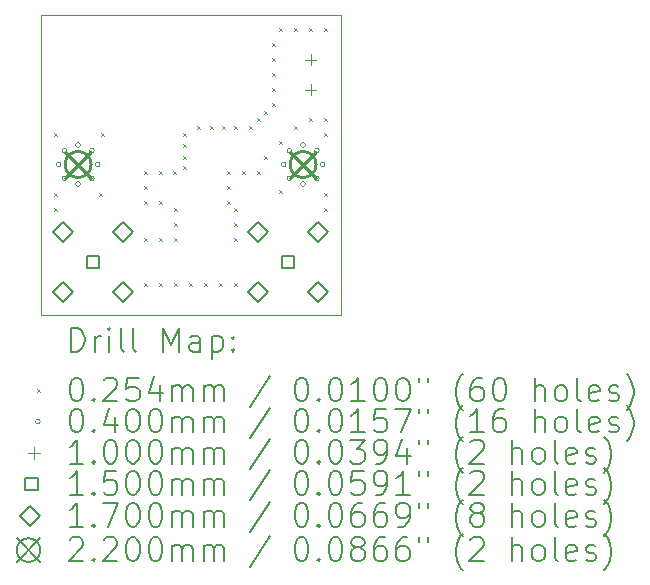
<source format=gbr>
%TF.GenerationSoftware,KiCad,Pcbnew,7.0.11-7.0.11~ubuntu22.04.1*%
%TF.CreationDate,2025-05-22T12:56:25-05:00*%
%TF.ProjectId,hf_bias_tee,68665f62-6961-4735-9f74-65652e6b6963,-*%
%TF.SameCoordinates,Original*%
%TF.FileFunction,Drillmap*%
%TF.FilePolarity,Positive*%
%FSLAX45Y45*%
G04 Gerber Fmt 4.5, Leading zero omitted, Abs format (unit mm)*
G04 Created by KiCad (PCBNEW 7.0.11-7.0.11~ubuntu22.04.1) date 2025-05-22 12:56:25*
%MOMM*%
%LPD*%
G01*
G04 APERTURE LIST*
%ADD10C,0.050000*%
%ADD11C,0.200000*%
%ADD12C,0.100000*%
%ADD13C,0.150000*%
%ADD14C,0.170000*%
%ADD15C,0.220000*%
G04 APERTURE END LIST*
D10*
X14605000Y-10795000D02*
X12065000Y-10795000D01*
X12065000Y-8255000D02*
X14605000Y-8255000D01*
X12065000Y-10795000D02*
X12065000Y-8255000D01*
X14605000Y-8255000D02*
X14605000Y-10795000D01*
D11*
D12*
X12179300Y-9258300D02*
X12204700Y-9283700D01*
X12204700Y-9258300D02*
X12179300Y-9283700D01*
X12179300Y-9766300D02*
X12204700Y-9791700D01*
X12204700Y-9766300D02*
X12179300Y-9791700D01*
X12179300Y-9893300D02*
X12204700Y-9918700D01*
X12204700Y-9893300D02*
X12179300Y-9918700D01*
X12560300Y-9766300D02*
X12585700Y-9791700D01*
X12585700Y-9766300D02*
X12560300Y-9791700D01*
X12573000Y-9258300D02*
X12598400Y-9283700D01*
X12598400Y-9258300D02*
X12573000Y-9283700D01*
X12941300Y-9575800D02*
X12966700Y-9601200D01*
X12966700Y-9575800D02*
X12941300Y-9601200D01*
X12941300Y-9702800D02*
X12966700Y-9728200D01*
X12966700Y-9702800D02*
X12941300Y-9728200D01*
X12941300Y-9829800D02*
X12966700Y-9855200D01*
X12966700Y-9829800D02*
X12941300Y-9855200D01*
X12941300Y-10147300D02*
X12966700Y-10172700D01*
X12966700Y-10147300D02*
X12941300Y-10172700D01*
X12941300Y-10528300D02*
X12966700Y-10553700D01*
X12966700Y-10528300D02*
X12941300Y-10553700D01*
X13068300Y-9575800D02*
X13093700Y-9601200D01*
X13093700Y-9575800D02*
X13068300Y-9601200D01*
X13068300Y-9829800D02*
X13093700Y-9855200D01*
X13093700Y-9829800D02*
X13068300Y-9855200D01*
X13068300Y-10147300D02*
X13093700Y-10172700D01*
X13093700Y-10147300D02*
X13068300Y-10172700D01*
X13068300Y-10528300D02*
X13093700Y-10553700D01*
X13093700Y-10528300D02*
X13068300Y-10553700D01*
X13182600Y-9575800D02*
X13208000Y-9601200D01*
X13208000Y-9575800D02*
X13182600Y-9601200D01*
X13195300Y-9893300D02*
X13220700Y-9918700D01*
X13220700Y-9893300D02*
X13195300Y-9918700D01*
X13195300Y-10020300D02*
X13220700Y-10045700D01*
X13220700Y-10020300D02*
X13195300Y-10045700D01*
X13195300Y-10147300D02*
X13220700Y-10172700D01*
X13220700Y-10147300D02*
X13195300Y-10172700D01*
X13195300Y-10528300D02*
X13220700Y-10553700D01*
X13220700Y-10528300D02*
X13195300Y-10553700D01*
X13271500Y-9258300D02*
X13296900Y-9283700D01*
X13296900Y-9258300D02*
X13271500Y-9283700D01*
X13271500Y-9347200D02*
X13296900Y-9372600D01*
X13296900Y-9347200D02*
X13271500Y-9372600D01*
X13271500Y-9448800D02*
X13296900Y-9474200D01*
X13296900Y-9448800D02*
X13271500Y-9474200D01*
X13271500Y-9537700D02*
X13296900Y-9563100D01*
X13296900Y-9537700D02*
X13271500Y-9563100D01*
X13322300Y-10528300D02*
X13347700Y-10553700D01*
X13347700Y-10528300D02*
X13322300Y-10553700D01*
X13385800Y-9194800D02*
X13411200Y-9220200D01*
X13411200Y-9194800D02*
X13385800Y-9220200D01*
X13449300Y-10528300D02*
X13474700Y-10553700D01*
X13474700Y-10528300D02*
X13449300Y-10553700D01*
X13500100Y-9194800D02*
X13525500Y-9220200D01*
X13525500Y-9194800D02*
X13500100Y-9220200D01*
X13576300Y-10528300D02*
X13601700Y-10553700D01*
X13601700Y-10528300D02*
X13576300Y-10553700D01*
X13601700Y-9194800D02*
X13627100Y-9220200D01*
X13627100Y-9194800D02*
X13601700Y-9220200D01*
X13639800Y-9575800D02*
X13665200Y-9601200D01*
X13665200Y-9575800D02*
X13639800Y-9601200D01*
X13639800Y-9702800D02*
X13665200Y-9728200D01*
X13665200Y-9702800D02*
X13639800Y-9728200D01*
X13639800Y-9829800D02*
X13665200Y-9855200D01*
X13665200Y-9829800D02*
X13639800Y-9855200D01*
X13703300Y-9194800D02*
X13728700Y-9220200D01*
X13728700Y-9194800D02*
X13703300Y-9220200D01*
X13703300Y-9893300D02*
X13728700Y-9918700D01*
X13728700Y-9893300D02*
X13703300Y-9918700D01*
X13703300Y-10020300D02*
X13728700Y-10045700D01*
X13728700Y-10020300D02*
X13703300Y-10045700D01*
X13703300Y-10147300D02*
X13728700Y-10172700D01*
X13728700Y-10147300D02*
X13703300Y-10172700D01*
X13703300Y-10528300D02*
X13728700Y-10553700D01*
X13728700Y-10528300D02*
X13703300Y-10553700D01*
X13766800Y-9575800D02*
X13792200Y-9601200D01*
X13792200Y-9575800D02*
X13766800Y-9601200D01*
X13830300Y-9194800D02*
X13855700Y-9220200D01*
X13855700Y-9194800D02*
X13830300Y-9220200D01*
X13893800Y-9131300D02*
X13919200Y-9156700D01*
X13919200Y-9131300D02*
X13893800Y-9156700D01*
X13893800Y-9575800D02*
X13919200Y-9601200D01*
X13919200Y-9575800D02*
X13893800Y-9601200D01*
X13957300Y-9067800D02*
X13982700Y-9093200D01*
X13982700Y-9067800D02*
X13957300Y-9093200D01*
X13957300Y-9448800D02*
X13982700Y-9474200D01*
X13982700Y-9448800D02*
X13957300Y-9474200D01*
X14020800Y-8496300D02*
X14046200Y-8521700D01*
X14046200Y-8496300D02*
X14020800Y-8521700D01*
X14020800Y-8623300D02*
X14046200Y-8648700D01*
X14046200Y-8623300D02*
X14020800Y-8648700D01*
X14020800Y-8750300D02*
X14046200Y-8775700D01*
X14046200Y-8750300D02*
X14020800Y-8775700D01*
X14020800Y-8877300D02*
X14046200Y-8902700D01*
X14046200Y-8877300D02*
X14020800Y-8902700D01*
X14020800Y-9004300D02*
X14046200Y-9029700D01*
X14046200Y-9004300D02*
X14020800Y-9029700D01*
X14084300Y-8369300D02*
X14109700Y-8394700D01*
X14109700Y-8369300D02*
X14084300Y-8394700D01*
X14084300Y-9321800D02*
X14109700Y-9347200D01*
X14109700Y-9321800D02*
X14084300Y-9347200D01*
X14084300Y-9740900D02*
X14109700Y-9766300D01*
X14109700Y-9740900D02*
X14084300Y-9766300D01*
X14211300Y-8369300D02*
X14236700Y-8394700D01*
X14236700Y-8369300D02*
X14211300Y-8394700D01*
X14211300Y-9194800D02*
X14236700Y-9220200D01*
X14236700Y-9194800D02*
X14211300Y-9220200D01*
X14338300Y-8369300D02*
X14363700Y-8394700D01*
X14363700Y-8369300D02*
X14338300Y-8394700D01*
X14338300Y-9131300D02*
X14363700Y-9156700D01*
X14363700Y-9131300D02*
X14338300Y-9156700D01*
X14465300Y-8369300D02*
X14490700Y-8394700D01*
X14490700Y-8369300D02*
X14465300Y-8394700D01*
X14465300Y-9131300D02*
X14490700Y-9156700D01*
X14490700Y-9131300D02*
X14465300Y-9156700D01*
X14465300Y-9258300D02*
X14490700Y-9283700D01*
X14490700Y-9258300D02*
X14465300Y-9283700D01*
X14465300Y-9766300D02*
X14490700Y-9791700D01*
X14490700Y-9766300D02*
X14465300Y-9791700D01*
X14465300Y-9893300D02*
X14490700Y-9918700D01*
X14490700Y-9893300D02*
X14465300Y-9918700D01*
X12237500Y-9525000D02*
G75*
G03*
X12197500Y-9525000I-20000J0D01*
G01*
X12197500Y-9525000D02*
G75*
G03*
X12237500Y-9525000I20000J0D01*
G01*
X12285827Y-9408327D02*
G75*
G03*
X12245827Y-9408327I-20000J0D01*
G01*
X12245827Y-9408327D02*
G75*
G03*
X12285827Y-9408327I20000J0D01*
G01*
X12285827Y-9641673D02*
G75*
G03*
X12245827Y-9641673I-20000J0D01*
G01*
X12245827Y-9641673D02*
G75*
G03*
X12285827Y-9641673I20000J0D01*
G01*
X12402500Y-9360000D02*
G75*
G03*
X12362500Y-9360000I-20000J0D01*
G01*
X12362500Y-9360000D02*
G75*
G03*
X12402500Y-9360000I20000J0D01*
G01*
X12402500Y-9690000D02*
G75*
G03*
X12362500Y-9690000I-20000J0D01*
G01*
X12362500Y-9690000D02*
G75*
G03*
X12402500Y-9690000I20000J0D01*
G01*
X12519173Y-9408327D02*
G75*
G03*
X12479173Y-9408327I-20000J0D01*
G01*
X12479173Y-9408327D02*
G75*
G03*
X12519173Y-9408327I20000J0D01*
G01*
X12519173Y-9641673D02*
G75*
G03*
X12479173Y-9641673I-20000J0D01*
G01*
X12479173Y-9641673D02*
G75*
G03*
X12519173Y-9641673I20000J0D01*
G01*
X12567500Y-9525000D02*
G75*
G03*
X12527500Y-9525000I-20000J0D01*
G01*
X12527500Y-9525000D02*
G75*
G03*
X12567500Y-9525000I20000J0D01*
G01*
X14142500Y-9525000D02*
G75*
G03*
X14102500Y-9525000I-20000J0D01*
G01*
X14102500Y-9525000D02*
G75*
G03*
X14142500Y-9525000I20000J0D01*
G01*
X14190827Y-9408327D02*
G75*
G03*
X14150827Y-9408327I-20000J0D01*
G01*
X14150827Y-9408327D02*
G75*
G03*
X14190827Y-9408327I20000J0D01*
G01*
X14190827Y-9641673D02*
G75*
G03*
X14150827Y-9641673I-20000J0D01*
G01*
X14150827Y-9641673D02*
G75*
G03*
X14190827Y-9641673I20000J0D01*
G01*
X14307500Y-9360000D02*
G75*
G03*
X14267500Y-9360000I-20000J0D01*
G01*
X14267500Y-9360000D02*
G75*
G03*
X14307500Y-9360000I20000J0D01*
G01*
X14307500Y-9690000D02*
G75*
G03*
X14267500Y-9690000I-20000J0D01*
G01*
X14267500Y-9690000D02*
G75*
G03*
X14307500Y-9690000I20000J0D01*
G01*
X14424173Y-9408327D02*
G75*
G03*
X14384173Y-9408327I-20000J0D01*
G01*
X14384173Y-9408327D02*
G75*
G03*
X14424173Y-9408327I20000J0D01*
G01*
X14424173Y-9641673D02*
G75*
G03*
X14384173Y-9641673I-20000J0D01*
G01*
X14384173Y-9641673D02*
G75*
G03*
X14424173Y-9641673I20000J0D01*
G01*
X14472500Y-9525000D02*
G75*
G03*
X14432500Y-9525000I-20000J0D01*
G01*
X14432500Y-9525000D02*
G75*
G03*
X14472500Y-9525000I20000J0D01*
G01*
X14351000Y-8586000D02*
X14351000Y-8686000D01*
X14301000Y-8636000D02*
X14401000Y-8636000D01*
X14351000Y-8840000D02*
X14351000Y-8940000D01*
X14301000Y-8890000D02*
X14401000Y-8890000D01*
D13*
X12562533Y-10403534D02*
X12562533Y-10297467D01*
X12456466Y-10297467D01*
X12456466Y-10403534D01*
X12562533Y-10403534D01*
X14213533Y-10403534D02*
X14213533Y-10297467D01*
X14107466Y-10297467D01*
X14107466Y-10403534D01*
X14213533Y-10403534D01*
D14*
X12255500Y-10181500D02*
X12340500Y-10096500D01*
X12255500Y-10011500D01*
X12170500Y-10096500D01*
X12255500Y-10181500D01*
X12255500Y-10689500D02*
X12340500Y-10604500D01*
X12255500Y-10519500D01*
X12170500Y-10604500D01*
X12255500Y-10689500D01*
X12763500Y-10181500D02*
X12848500Y-10096500D01*
X12763500Y-10011500D01*
X12678500Y-10096500D01*
X12763500Y-10181500D01*
X12763500Y-10689500D02*
X12848500Y-10604500D01*
X12763500Y-10519500D01*
X12678500Y-10604500D01*
X12763500Y-10689500D01*
X13906500Y-10181500D02*
X13991500Y-10096500D01*
X13906500Y-10011500D01*
X13821500Y-10096500D01*
X13906500Y-10181500D01*
X13906500Y-10689500D02*
X13991500Y-10604500D01*
X13906500Y-10519500D01*
X13821500Y-10604500D01*
X13906500Y-10689500D01*
X14414500Y-10181500D02*
X14499500Y-10096500D01*
X14414500Y-10011500D01*
X14329500Y-10096500D01*
X14414500Y-10181500D01*
X14414500Y-10689500D02*
X14499500Y-10604500D01*
X14414500Y-10519500D01*
X14329500Y-10604500D01*
X14414500Y-10689500D01*
D15*
X12272500Y-9415000D02*
X12492500Y-9635000D01*
X12492500Y-9415000D02*
X12272500Y-9635000D01*
X12492500Y-9525000D02*
G75*
G03*
X12272500Y-9525000I-110000J0D01*
G01*
X12272500Y-9525000D02*
G75*
G03*
X12492500Y-9525000I110000J0D01*
G01*
X14177500Y-9415000D02*
X14397500Y-9635000D01*
X14397500Y-9415000D02*
X14177500Y-9635000D01*
X14397500Y-9525000D02*
G75*
G03*
X14177500Y-9525000I-110000J0D01*
G01*
X14177500Y-9525000D02*
G75*
G03*
X14397500Y-9525000I110000J0D01*
G01*
D11*
X12323277Y-11108984D02*
X12323277Y-10908984D01*
X12323277Y-10908984D02*
X12370896Y-10908984D01*
X12370896Y-10908984D02*
X12399467Y-10918508D01*
X12399467Y-10918508D02*
X12418515Y-10937555D01*
X12418515Y-10937555D02*
X12428039Y-10956603D01*
X12428039Y-10956603D02*
X12437562Y-10994698D01*
X12437562Y-10994698D02*
X12437562Y-11023270D01*
X12437562Y-11023270D02*
X12428039Y-11061365D01*
X12428039Y-11061365D02*
X12418515Y-11080412D01*
X12418515Y-11080412D02*
X12399467Y-11099460D01*
X12399467Y-11099460D02*
X12370896Y-11108984D01*
X12370896Y-11108984D02*
X12323277Y-11108984D01*
X12523277Y-11108984D02*
X12523277Y-10975650D01*
X12523277Y-11013746D02*
X12532801Y-10994698D01*
X12532801Y-10994698D02*
X12542324Y-10985174D01*
X12542324Y-10985174D02*
X12561372Y-10975650D01*
X12561372Y-10975650D02*
X12580420Y-10975650D01*
X12647086Y-11108984D02*
X12647086Y-10975650D01*
X12647086Y-10908984D02*
X12637562Y-10918508D01*
X12637562Y-10918508D02*
X12647086Y-10928031D01*
X12647086Y-10928031D02*
X12656610Y-10918508D01*
X12656610Y-10918508D02*
X12647086Y-10908984D01*
X12647086Y-10908984D02*
X12647086Y-10928031D01*
X12770896Y-11108984D02*
X12751848Y-11099460D01*
X12751848Y-11099460D02*
X12742324Y-11080412D01*
X12742324Y-11080412D02*
X12742324Y-10908984D01*
X12875658Y-11108984D02*
X12856610Y-11099460D01*
X12856610Y-11099460D02*
X12847086Y-11080412D01*
X12847086Y-11080412D02*
X12847086Y-10908984D01*
X13104229Y-11108984D02*
X13104229Y-10908984D01*
X13104229Y-10908984D02*
X13170896Y-11051841D01*
X13170896Y-11051841D02*
X13237562Y-10908984D01*
X13237562Y-10908984D02*
X13237562Y-11108984D01*
X13418515Y-11108984D02*
X13418515Y-11004222D01*
X13418515Y-11004222D02*
X13408991Y-10985174D01*
X13408991Y-10985174D02*
X13389943Y-10975650D01*
X13389943Y-10975650D02*
X13351848Y-10975650D01*
X13351848Y-10975650D02*
X13332801Y-10985174D01*
X13418515Y-11099460D02*
X13399467Y-11108984D01*
X13399467Y-11108984D02*
X13351848Y-11108984D01*
X13351848Y-11108984D02*
X13332801Y-11099460D01*
X13332801Y-11099460D02*
X13323277Y-11080412D01*
X13323277Y-11080412D02*
X13323277Y-11061365D01*
X13323277Y-11061365D02*
X13332801Y-11042317D01*
X13332801Y-11042317D02*
X13351848Y-11032793D01*
X13351848Y-11032793D02*
X13399467Y-11032793D01*
X13399467Y-11032793D02*
X13418515Y-11023270D01*
X13513753Y-10975650D02*
X13513753Y-11175650D01*
X13513753Y-10985174D02*
X13532801Y-10975650D01*
X13532801Y-10975650D02*
X13570896Y-10975650D01*
X13570896Y-10975650D02*
X13589943Y-10985174D01*
X13589943Y-10985174D02*
X13599467Y-10994698D01*
X13599467Y-10994698D02*
X13608991Y-11013746D01*
X13608991Y-11013746D02*
X13608991Y-11070889D01*
X13608991Y-11070889D02*
X13599467Y-11089936D01*
X13599467Y-11089936D02*
X13589943Y-11099460D01*
X13589943Y-11099460D02*
X13570896Y-11108984D01*
X13570896Y-11108984D02*
X13532801Y-11108984D01*
X13532801Y-11108984D02*
X13513753Y-11099460D01*
X13694705Y-11089936D02*
X13704229Y-11099460D01*
X13704229Y-11099460D02*
X13694705Y-11108984D01*
X13694705Y-11108984D02*
X13685182Y-11099460D01*
X13685182Y-11099460D02*
X13694705Y-11089936D01*
X13694705Y-11089936D02*
X13694705Y-11108984D01*
X13694705Y-10985174D02*
X13704229Y-10994698D01*
X13704229Y-10994698D02*
X13694705Y-11004222D01*
X13694705Y-11004222D02*
X13685182Y-10994698D01*
X13685182Y-10994698D02*
X13694705Y-10985174D01*
X13694705Y-10985174D02*
X13694705Y-11004222D01*
D12*
X12037100Y-11424800D02*
X12062500Y-11450200D01*
X12062500Y-11424800D02*
X12037100Y-11450200D01*
D11*
X12361372Y-11328984D02*
X12380420Y-11328984D01*
X12380420Y-11328984D02*
X12399467Y-11338508D01*
X12399467Y-11338508D02*
X12408991Y-11348031D01*
X12408991Y-11348031D02*
X12418515Y-11367079D01*
X12418515Y-11367079D02*
X12428039Y-11405174D01*
X12428039Y-11405174D02*
X12428039Y-11452793D01*
X12428039Y-11452793D02*
X12418515Y-11490888D01*
X12418515Y-11490888D02*
X12408991Y-11509936D01*
X12408991Y-11509936D02*
X12399467Y-11519460D01*
X12399467Y-11519460D02*
X12380420Y-11528984D01*
X12380420Y-11528984D02*
X12361372Y-11528984D01*
X12361372Y-11528984D02*
X12342324Y-11519460D01*
X12342324Y-11519460D02*
X12332801Y-11509936D01*
X12332801Y-11509936D02*
X12323277Y-11490888D01*
X12323277Y-11490888D02*
X12313753Y-11452793D01*
X12313753Y-11452793D02*
X12313753Y-11405174D01*
X12313753Y-11405174D02*
X12323277Y-11367079D01*
X12323277Y-11367079D02*
X12332801Y-11348031D01*
X12332801Y-11348031D02*
X12342324Y-11338508D01*
X12342324Y-11338508D02*
X12361372Y-11328984D01*
X12513753Y-11509936D02*
X12523277Y-11519460D01*
X12523277Y-11519460D02*
X12513753Y-11528984D01*
X12513753Y-11528984D02*
X12504229Y-11519460D01*
X12504229Y-11519460D02*
X12513753Y-11509936D01*
X12513753Y-11509936D02*
X12513753Y-11528984D01*
X12599467Y-11348031D02*
X12608991Y-11338508D01*
X12608991Y-11338508D02*
X12628039Y-11328984D01*
X12628039Y-11328984D02*
X12675658Y-11328984D01*
X12675658Y-11328984D02*
X12694705Y-11338508D01*
X12694705Y-11338508D02*
X12704229Y-11348031D01*
X12704229Y-11348031D02*
X12713753Y-11367079D01*
X12713753Y-11367079D02*
X12713753Y-11386127D01*
X12713753Y-11386127D02*
X12704229Y-11414698D01*
X12704229Y-11414698D02*
X12589943Y-11528984D01*
X12589943Y-11528984D02*
X12713753Y-11528984D01*
X12894705Y-11328984D02*
X12799467Y-11328984D01*
X12799467Y-11328984D02*
X12789943Y-11424222D01*
X12789943Y-11424222D02*
X12799467Y-11414698D01*
X12799467Y-11414698D02*
X12818515Y-11405174D01*
X12818515Y-11405174D02*
X12866134Y-11405174D01*
X12866134Y-11405174D02*
X12885182Y-11414698D01*
X12885182Y-11414698D02*
X12894705Y-11424222D01*
X12894705Y-11424222D02*
X12904229Y-11443269D01*
X12904229Y-11443269D02*
X12904229Y-11490888D01*
X12904229Y-11490888D02*
X12894705Y-11509936D01*
X12894705Y-11509936D02*
X12885182Y-11519460D01*
X12885182Y-11519460D02*
X12866134Y-11528984D01*
X12866134Y-11528984D02*
X12818515Y-11528984D01*
X12818515Y-11528984D02*
X12799467Y-11519460D01*
X12799467Y-11519460D02*
X12789943Y-11509936D01*
X13075658Y-11395650D02*
X13075658Y-11528984D01*
X13028039Y-11319460D02*
X12980420Y-11462317D01*
X12980420Y-11462317D02*
X13104229Y-11462317D01*
X13180420Y-11528984D02*
X13180420Y-11395650D01*
X13180420Y-11414698D02*
X13189943Y-11405174D01*
X13189943Y-11405174D02*
X13208991Y-11395650D01*
X13208991Y-11395650D02*
X13237563Y-11395650D01*
X13237563Y-11395650D02*
X13256610Y-11405174D01*
X13256610Y-11405174D02*
X13266134Y-11424222D01*
X13266134Y-11424222D02*
X13266134Y-11528984D01*
X13266134Y-11424222D02*
X13275658Y-11405174D01*
X13275658Y-11405174D02*
X13294705Y-11395650D01*
X13294705Y-11395650D02*
X13323277Y-11395650D01*
X13323277Y-11395650D02*
X13342324Y-11405174D01*
X13342324Y-11405174D02*
X13351848Y-11424222D01*
X13351848Y-11424222D02*
X13351848Y-11528984D01*
X13447086Y-11528984D02*
X13447086Y-11395650D01*
X13447086Y-11414698D02*
X13456610Y-11405174D01*
X13456610Y-11405174D02*
X13475658Y-11395650D01*
X13475658Y-11395650D02*
X13504229Y-11395650D01*
X13504229Y-11395650D02*
X13523277Y-11405174D01*
X13523277Y-11405174D02*
X13532801Y-11424222D01*
X13532801Y-11424222D02*
X13532801Y-11528984D01*
X13532801Y-11424222D02*
X13542324Y-11405174D01*
X13542324Y-11405174D02*
X13561372Y-11395650D01*
X13561372Y-11395650D02*
X13589943Y-11395650D01*
X13589943Y-11395650D02*
X13608991Y-11405174D01*
X13608991Y-11405174D02*
X13618515Y-11424222D01*
X13618515Y-11424222D02*
X13618515Y-11528984D01*
X14008991Y-11319460D02*
X13837563Y-11576603D01*
X14266134Y-11328984D02*
X14285182Y-11328984D01*
X14285182Y-11328984D02*
X14304229Y-11338508D01*
X14304229Y-11338508D02*
X14313753Y-11348031D01*
X14313753Y-11348031D02*
X14323277Y-11367079D01*
X14323277Y-11367079D02*
X14332801Y-11405174D01*
X14332801Y-11405174D02*
X14332801Y-11452793D01*
X14332801Y-11452793D02*
X14323277Y-11490888D01*
X14323277Y-11490888D02*
X14313753Y-11509936D01*
X14313753Y-11509936D02*
X14304229Y-11519460D01*
X14304229Y-11519460D02*
X14285182Y-11528984D01*
X14285182Y-11528984D02*
X14266134Y-11528984D01*
X14266134Y-11528984D02*
X14247086Y-11519460D01*
X14247086Y-11519460D02*
X14237563Y-11509936D01*
X14237563Y-11509936D02*
X14228039Y-11490888D01*
X14228039Y-11490888D02*
X14218515Y-11452793D01*
X14218515Y-11452793D02*
X14218515Y-11405174D01*
X14218515Y-11405174D02*
X14228039Y-11367079D01*
X14228039Y-11367079D02*
X14237563Y-11348031D01*
X14237563Y-11348031D02*
X14247086Y-11338508D01*
X14247086Y-11338508D02*
X14266134Y-11328984D01*
X14418515Y-11509936D02*
X14428039Y-11519460D01*
X14428039Y-11519460D02*
X14418515Y-11528984D01*
X14418515Y-11528984D02*
X14408991Y-11519460D01*
X14408991Y-11519460D02*
X14418515Y-11509936D01*
X14418515Y-11509936D02*
X14418515Y-11528984D01*
X14551848Y-11328984D02*
X14570896Y-11328984D01*
X14570896Y-11328984D02*
X14589944Y-11338508D01*
X14589944Y-11338508D02*
X14599467Y-11348031D01*
X14599467Y-11348031D02*
X14608991Y-11367079D01*
X14608991Y-11367079D02*
X14618515Y-11405174D01*
X14618515Y-11405174D02*
X14618515Y-11452793D01*
X14618515Y-11452793D02*
X14608991Y-11490888D01*
X14608991Y-11490888D02*
X14599467Y-11509936D01*
X14599467Y-11509936D02*
X14589944Y-11519460D01*
X14589944Y-11519460D02*
X14570896Y-11528984D01*
X14570896Y-11528984D02*
X14551848Y-11528984D01*
X14551848Y-11528984D02*
X14532801Y-11519460D01*
X14532801Y-11519460D02*
X14523277Y-11509936D01*
X14523277Y-11509936D02*
X14513753Y-11490888D01*
X14513753Y-11490888D02*
X14504229Y-11452793D01*
X14504229Y-11452793D02*
X14504229Y-11405174D01*
X14504229Y-11405174D02*
X14513753Y-11367079D01*
X14513753Y-11367079D02*
X14523277Y-11348031D01*
X14523277Y-11348031D02*
X14532801Y-11338508D01*
X14532801Y-11338508D02*
X14551848Y-11328984D01*
X14808991Y-11528984D02*
X14694706Y-11528984D01*
X14751848Y-11528984D02*
X14751848Y-11328984D01*
X14751848Y-11328984D02*
X14732801Y-11357555D01*
X14732801Y-11357555D02*
X14713753Y-11376603D01*
X14713753Y-11376603D02*
X14694706Y-11386127D01*
X14932801Y-11328984D02*
X14951848Y-11328984D01*
X14951848Y-11328984D02*
X14970896Y-11338508D01*
X14970896Y-11338508D02*
X14980420Y-11348031D01*
X14980420Y-11348031D02*
X14989944Y-11367079D01*
X14989944Y-11367079D02*
X14999467Y-11405174D01*
X14999467Y-11405174D02*
X14999467Y-11452793D01*
X14999467Y-11452793D02*
X14989944Y-11490888D01*
X14989944Y-11490888D02*
X14980420Y-11509936D01*
X14980420Y-11509936D02*
X14970896Y-11519460D01*
X14970896Y-11519460D02*
X14951848Y-11528984D01*
X14951848Y-11528984D02*
X14932801Y-11528984D01*
X14932801Y-11528984D02*
X14913753Y-11519460D01*
X14913753Y-11519460D02*
X14904229Y-11509936D01*
X14904229Y-11509936D02*
X14894706Y-11490888D01*
X14894706Y-11490888D02*
X14885182Y-11452793D01*
X14885182Y-11452793D02*
X14885182Y-11405174D01*
X14885182Y-11405174D02*
X14894706Y-11367079D01*
X14894706Y-11367079D02*
X14904229Y-11348031D01*
X14904229Y-11348031D02*
X14913753Y-11338508D01*
X14913753Y-11338508D02*
X14932801Y-11328984D01*
X15123277Y-11328984D02*
X15142325Y-11328984D01*
X15142325Y-11328984D02*
X15161372Y-11338508D01*
X15161372Y-11338508D02*
X15170896Y-11348031D01*
X15170896Y-11348031D02*
X15180420Y-11367079D01*
X15180420Y-11367079D02*
X15189944Y-11405174D01*
X15189944Y-11405174D02*
X15189944Y-11452793D01*
X15189944Y-11452793D02*
X15180420Y-11490888D01*
X15180420Y-11490888D02*
X15170896Y-11509936D01*
X15170896Y-11509936D02*
X15161372Y-11519460D01*
X15161372Y-11519460D02*
X15142325Y-11528984D01*
X15142325Y-11528984D02*
X15123277Y-11528984D01*
X15123277Y-11528984D02*
X15104229Y-11519460D01*
X15104229Y-11519460D02*
X15094706Y-11509936D01*
X15094706Y-11509936D02*
X15085182Y-11490888D01*
X15085182Y-11490888D02*
X15075658Y-11452793D01*
X15075658Y-11452793D02*
X15075658Y-11405174D01*
X15075658Y-11405174D02*
X15085182Y-11367079D01*
X15085182Y-11367079D02*
X15094706Y-11348031D01*
X15094706Y-11348031D02*
X15104229Y-11338508D01*
X15104229Y-11338508D02*
X15123277Y-11328984D01*
X15266134Y-11328984D02*
X15266134Y-11367079D01*
X15342325Y-11328984D02*
X15342325Y-11367079D01*
X15637563Y-11605174D02*
X15628039Y-11595650D01*
X15628039Y-11595650D02*
X15608991Y-11567079D01*
X15608991Y-11567079D02*
X15599468Y-11548031D01*
X15599468Y-11548031D02*
X15589944Y-11519460D01*
X15589944Y-11519460D02*
X15580420Y-11471841D01*
X15580420Y-11471841D02*
X15580420Y-11433746D01*
X15580420Y-11433746D02*
X15589944Y-11386127D01*
X15589944Y-11386127D02*
X15599468Y-11357555D01*
X15599468Y-11357555D02*
X15608991Y-11338508D01*
X15608991Y-11338508D02*
X15628039Y-11309936D01*
X15628039Y-11309936D02*
X15637563Y-11300412D01*
X15799468Y-11328984D02*
X15761372Y-11328984D01*
X15761372Y-11328984D02*
X15742325Y-11338508D01*
X15742325Y-11338508D02*
X15732801Y-11348031D01*
X15732801Y-11348031D02*
X15713753Y-11376603D01*
X15713753Y-11376603D02*
X15704229Y-11414698D01*
X15704229Y-11414698D02*
X15704229Y-11490888D01*
X15704229Y-11490888D02*
X15713753Y-11509936D01*
X15713753Y-11509936D02*
X15723277Y-11519460D01*
X15723277Y-11519460D02*
X15742325Y-11528984D01*
X15742325Y-11528984D02*
X15780420Y-11528984D01*
X15780420Y-11528984D02*
X15799468Y-11519460D01*
X15799468Y-11519460D02*
X15808991Y-11509936D01*
X15808991Y-11509936D02*
X15818515Y-11490888D01*
X15818515Y-11490888D02*
X15818515Y-11443269D01*
X15818515Y-11443269D02*
X15808991Y-11424222D01*
X15808991Y-11424222D02*
X15799468Y-11414698D01*
X15799468Y-11414698D02*
X15780420Y-11405174D01*
X15780420Y-11405174D02*
X15742325Y-11405174D01*
X15742325Y-11405174D02*
X15723277Y-11414698D01*
X15723277Y-11414698D02*
X15713753Y-11424222D01*
X15713753Y-11424222D02*
X15704229Y-11443269D01*
X15942325Y-11328984D02*
X15961372Y-11328984D01*
X15961372Y-11328984D02*
X15980420Y-11338508D01*
X15980420Y-11338508D02*
X15989944Y-11348031D01*
X15989944Y-11348031D02*
X15999468Y-11367079D01*
X15999468Y-11367079D02*
X16008991Y-11405174D01*
X16008991Y-11405174D02*
X16008991Y-11452793D01*
X16008991Y-11452793D02*
X15999468Y-11490888D01*
X15999468Y-11490888D02*
X15989944Y-11509936D01*
X15989944Y-11509936D02*
X15980420Y-11519460D01*
X15980420Y-11519460D02*
X15961372Y-11528984D01*
X15961372Y-11528984D02*
X15942325Y-11528984D01*
X15942325Y-11528984D02*
X15923277Y-11519460D01*
X15923277Y-11519460D02*
X15913753Y-11509936D01*
X15913753Y-11509936D02*
X15904229Y-11490888D01*
X15904229Y-11490888D02*
X15894706Y-11452793D01*
X15894706Y-11452793D02*
X15894706Y-11405174D01*
X15894706Y-11405174D02*
X15904229Y-11367079D01*
X15904229Y-11367079D02*
X15913753Y-11348031D01*
X15913753Y-11348031D02*
X15923277Y-11338508D01*
X15923277Y-11338508D02*
X15942325Y-11328984D01*
X16247087Y-11528984D02*
X16247087Y-11328984D01*
X16332801Y-11528984D02*
X16332801Y-11424222D01*
X16332801Y-11424222D02*
X16323277Y-11405174D01*
X16323277Y-11405174D02*
X16304230Y-11395650D01*
X16304230Y-11395650D02*
X16275658Y-11395650D01*
X16275658Y-11395650D02*
X16256610Y-11405174D01*
X16256610Y-11405174D02*
X16247087Y-11414698D01*
X16456610Y-11528984D02*
X16437563Y-11519460D01*
X16437563Y-11519460D02*
X16428039Y-11509936D01*
X16428039Y-11509936D02*
X16418515Y-11490888D01*
X16418515Y-11490888D02*
X16418515Y-11433746D01*
X16418515Y-11433746D02*
X16428039Y-11414698D01*
X16428039Y-11414698D02*
X16437563Y-11405174D01*
X16437563Y-11405174D02*
X16456610Y-11395650D01*
X16456610Y-11395650D02*
X16485182Y-11395650D01*
X16485182Y-11395650D02*
X16504230Y-11405174D01*
X16504230Y-11405174D02*
X16513753Y-11414698D01*
X16513753Y-11414698D02*
X16523277Y-11433746D01*
X16523277Y-11433746D02*
X16523277Y-11490888D01*
X16523277Y-11490888D02*
X16513753Y-11509936D01*
X16513753Y-11509936D02*
X16504230Y-11519460D01*
X16504230Y-11519460D02*
X16485182Y-11528984D01*
X16485182Y-11528984D02*
X16456610Y-11528984D01*
X16637563Y-11528984D02*
X16618515Y-11519460D01*
X16618515Y-11519460D02*
X16608991Y-11500412D01*
X16608991Y-11500412D02*
X16608991Y-11328984D01*
X16789944Y-11519460D02*
X16770896Y-11528984D01*
X16770896Y-11528984D02*
X16732801Y-11528984D01*
X16732801Y-11528984D02*
X16713753Y-11519460D01*
X16713753Y-11519460D02*
X16704230Y-11500412D01*
X16704230Y-11500412D02*
X16704230Y-11424222D01*
X16704230Y-11424222D02*
X16713753Y-11405174D01*
X16713753Y-11405174D02*
X16732801Y-11395650D01*
X16732801Y-11395650D02*
X16770896Y-11395650D01*
X16770896Y-11395650D02*
X16789944Y-11405174D01*
X16789944Y-11405174D02*
X16799468Y-11424222D01*
X16799468Y-11424222D02*
X16799468Y-11443269D01*
X16799468Y-11443269D02*
X16704230Y-11462317D01*
X16875658Y-11519460D02*
X16894706Y-11528984D01*
X16894706Y-11528984D02*
X16932801Y-11528984D01*
X16932801Y-11528984D02*
X16951849Y-11519460D01*
X16951849Y-11519460D02*
X16961373Y-11500412D01*
X16961373Y-11500412D02*
X16961373Y-11490888D01*
X16961373Y-11490888D02*
X16951849Y-11471841D01*
X16951849Y-11471841D02*
X16932801Y-11462317D01*
X16932801Y-11462317D02*
X16904230Y-11462317D01*
X16904230Y-11462317D02*
X16885182Y-11452793D01*
X16885182Y-11452793D02*
X16875658Y-11433746D01*
X16875658Y-11433746D02*
X16875658Y-11424222D01*
X16875658Y-11424222D02*
X16885182Y-11405174D01*
X16885182Y-11405174D02*
X16904230Y-11395650D01*
X16904230Y-11395650D02*
X16932801Y-11395650D01*
X16932801Y-11395650D02*
X16951849Y-11405174D01*
X17028039Y-11605174D02*
X17037563Y-11595650D01*
X17037563Y-11595650D02*
X17056611Y-11567079D01*
X17056611Y-11567079D02*
X17066134Y-11548031D01*
X17066134Y-11548031D02*
X17075658Y-11519460D01*
X17075658Y-11519460D02*
X17085182Y-11471841D01*
X17085182Y-11471841D02*
X17085182Y-11433746D01*
X17085182Y-11433746D02*
X17075658Y-11386127D01*
X17075658Y-11386127D02*
X17066134Y-11357555D01*
X17066134Y-11357555D02*
X17056611Y-11338508D01*
X17056611Y-11338508D02*
X17037563Y-11309936D01*
X17037563Y-11309936D02*
X17028039Y-11300412D01*
D12*
X12062500Y-11701500D02*
G75*
G03*
X12022500Y-11701500I-20000J0D01*
G01*
X12022500Y-11701500D02*
G75*
G03*
X12062500Y-11701500I20000J0D01*
G01*
D11*
X12361372Y-11592984D02*
X12380420Y-11592984D01*
X12380420Y-11592984D02*
X12399467Y-11602508D01*
X12399467Y-11602508D02*
X12408991Y-11612031D01*
X12408991Y-11612031D02*
X12418515Y-11631079D01*
X12418515Y-11631079D02*
X12428039Y-11669174D01*
X12428039Y-11669174D02*
X12428039Y-11716793D01*
X12428039Y-11716793D02*
X12418515Y-11754888D01*
X12418515Y-11754888D02*
X12408991Y-11773936D01*
X12408991Y-11773936D02*
X12399467Y-11783460D01*
X12399467Y-11783460D02*
X12380420Y-11792984D01*
X12380420Y-11792984D02*
X12361372Y-11792984D01*
X12361372Y-11792984D02*
X12342324Y-11783460D01*
X12342324Y-11783460D02*
X12332801Y-11773936D01*
X12332801Y-11773936D02*
X12323277Y-11754888D01*
X12323277Y-11754888D02*
X12313753Y-11716793D01*
X12313753Y-11716793D02*
X12313753Y-11669174D01*
X12313753Y-11669174D02*
X12323277Y-11631079D01*
X12323277Y-11631079D02*
X12332801Y-11612031D01*
X12332801Y-11612031D02*
X12342324Y-11602508D01*
X12342324Y-11602508D02*
X12361372Y-11592984D01*
X12513753Y-11773936D02*
X12523277Y-11783460D01*
X12523277Y-11783460D02*
X12513753Y-11792984D01*
X12513753Y-11792984D02*
X12504229Y-11783460D01*
X12504229Y-11783460D02*
X12513753Y-11773936D01*
X12513753Y-11773936D02*
X12513753Y-11792984D01*
X12694705Y-11659650D02*
X12694705Y-11792984D01*
X12647086Y-11583460D02*
X12599467Y-11726317D01*
X12599467Y-11726317D02*
X12723277Y-11726317D01*
X12837562Y-11592984D02*
X12856610Y-11592984D01*
X12856610Y-11592984D02*
X12875658Y-11602508D01*
X12875658Y-11602508D02*
X12885182Y-11612031D01*
X12885182Y-11612031D02*
X12894705Y-11631079D01*
X12894705Y-11631079D02*
X12904229Y-11669174D01*
X12904229Y-11669174D02*
X12904229Y-11716793D01*
X12904229Y-11716793D02*
X12894705Y-11754888D01*
X12894705Y-11754888D02*
X12885182Y-11773936D01*
X12885182Y-11773936D02*
X12875658Y-11783460D01*
X12875658Y-11783460D02*
X12856610Y-11792984D01*
X12856610Y-11792984D02*
X12837562Y-11792984D01*
X12837562Y-11792984D02*
X12818515Y-11783460D01*
X12818515Y-11783460D02*
X12808991Y-11773936D01*
X12808991Y-11773936D02*
X12799467Y-11754888D01*
X12799467Y-11754888D02*
X12789943Y-11716793D01*
X12789943Y-11716793D02*
X12789943Y-11669174D01*
X12789943Y-11669174D02*
X12799467Y-11631079D01*
X12799467Y-11631079D02*
X12808991Y-11612031D01*
X12808991Y-11612031D02*
X12818515Y-11602508D01*
X12818515Y-11602508D02*
X12837562Y-11592984D01*
X13028039Y-11592984D02*
X13047086Y-11592984D01*
X13047086Y-11592984D02*
X13066134Y-11602508D01*
X13066134Y-11602508D02*
X13075658Y-11612031D01*
X13075658Y-11612031D02*
X13085182Y-11631079D01*
X13085182Y-11631079D02*
X13094705Y-11669174D01*
X13094705Y-11669174D02*
X13094705Y-11716793D01*
X13094705Y-11716793D02*
X13085182Y-11754888D01*
X13085182Y-11754888D02*
X13075658Y-11773936D01*
X13075658Y-11773936D02*
X13066134Y-11783460D01*
X13066134Y-11783460D02*
X13047086Y-11792984D01*
X13047086Y-11792984D02*
X13028039Y-11792984D01*
X13028039Y-11792984D02*
X13008991Y-11783460D01*
X13008991Y-11783460D02*
X12999467Y-11773936D01*
X12999467Y-11773936D02*
X12989943Y-11754888D01*
X12989943Y-11754888D02*
X12980420Y-11716793D01*
X12980420Y-11716793D02*
X12980420Y-11669174D01*
X12980420Y-11669174D02*
X12989943Y-11631079D01*
X12989943Y-11631079D02*
X12999467Y-11612031D01*
X12999467Y-11612031D02*
X13008991Y-11602508D01*
X13008991Y-11602508D02*
X13028039Y-11592984D01*
X13180420Y-11792984D02*
X13180420Y-11659650D01*
X13180420Y-11678698D02*
X13189943Y-11669174D01*
X13189943Y-11669174D02*
X13208991Y-11659650D01*
X13208991Y-11659650D02*
X13237563Y-11659650D01*
X13237563Y-11659650D02*
X13256610Y-11669174D01*
X13256610Y-11669174D02*
X13266134Y-11688222D01*
X13266134Y-11688222D02*
X13266134Y-11792984D01*
X13266134Y-11688222D02*
X13275658Y-11669174D01*
X13275658Y-11669174D02*
X13294705Y-11659650D01*
X13294705Y-11659650D02*
X13323277Y-11659650D01*
X13323277Y-11659650D02*
X13342324Y-11669174D01*
X13342324Y-11669174D02*
X13351848Y-11688222D01*
X13351848Y-11688222D02*
X13351848Y-11792984D01*
X13447086Y-11792984D02*
X13447086Y-11659650D01*
X13447086Y-11678698D02*
X13456610Y-11669174D01*
X13456610Y-11669174D02*
X13475658Y-11659650D01*
X13475658Y-11659650D02*
X13504229Y-11659650D01*
X13504229Y-11659650D02*
X13523277Y-11669174D01*
X13523277Y-11669174D02*
X13532801Y-11688222D01*
X13532801Y-11688222D02*
X13532801Y-11792984D01*
X13532801Y-11688222D02*
X13542324Y-11669174D01*
X13542324Y-11669174D02*
X13561372Y-11659650D01*
X13561372Y-11659650D02*
X13589943Y-11659650D01*
X13589943Y-11659650D02*
X13608991Y-11669174D01*
X13608991Y-11669174D02*
X13618515Y-11688222D01*
X13618515Y-11688222D02*
X13618515Y-11792984D01*
X14008991Y-11583460D02*
X13837563Y-11840603D01*
X14266134Y-11592984D02*
X14285182Y-11592984D01*
X14285182Y-11592984D02*
X14304229Y-11602508D01*
X14304229Y-11602508D02*
X14313753Y-11612031D01*
X14313753Y-11612031D02*
X14323277Y-11631079D01*
X14323277Y-11631079D02*
X14332801Y-11669174D01*
X14332801Y-11669174D02*
X14332801Y-11716793D01*
X14332801Y-11716793D02*
X14323277Y-11754888D01*
X14323277Y-11754888D02*
X14313753Y-11773936D01*
X14313753Y-11773936D02*
X14304229Y-11783460D01*
X14304229Y-11783460D02*
X14285182Y-11792984D01*
X14285182Y-11792984D02*
X14266134Y-11792984D01*
X14266134Y-11792984D02*
X14247086Y-11783460D01*
X14247086Y-11783460D02*
X14237563Y-11773936D01*
X14237563Y-11773936D02*
X14228039Y-11754888D01*
X14228039Y-11754888D02*
X14218515Y-11716793D01*
X14218515Y-11716793D02*
X14218515Y-11669174D01*
X14218515Y-11669174D02*
X14228039Y-11631079D01*
X14228039Y-11631079D02*
X14237563Y-11612031D01*
X14237563Y-11612031D02*
X14247086Y-11602508D01*
X14247086Y-11602508D02*
X14266134Y-11592984D01*
X14418515Y-11773936D02*
X14428039Y-11783460D01*
X14428039Y-11783460D02*
X14418515Y-11792984D01*
X14418515Y-11792984D02*
X14408991Y-11783460D01*
X14408991Y-11783460D02*
X14418515Y-11773936D01*
X14418515Y-11773936D02*
X14418515Y-11792984D01*
X14551848Y-11592984D02*
X14570896Y-11592984D01*
X14570896Y-11592984D02*
X14589944Y-11602508D01*
X14589944Y-11602508D02*
X14599467Y-11612031D01*
X14599467Y-11612031D02*
X14608991Y-11631079D01*
X14608991Y-11631079D02*
X14618515Y-11669174D01*
X14618515Y-11669174D02*
X14618515Y-11716793D01*
X14618515Y-11716793D02*
X14608991Y-11754888D01*
X14608991Y-11754888D02*
X14599467Y-11773936D01*
X14599467Y-11773936D02*
X14589944Y-11783460D01*
X14589944Y-11783460D02*
X14570896Y-11792984D01*
X14570896Y-11792984D02*
X14551848Y-11792984D01*
X14551848Y-11792984D02*
X14532801Y-11783460D01*
X14532801Y-11783460D02*
X14523277Y-11773936D01*
X14523277Y-11773936D02*
X14513753Y-11754888D01*
X14513753Y-11754888D02*
X14504229Y-11716793D01*
X14504229Y-11716793D02*
X14504229Y-11669174D01*
X14504229Y-11669174D02*
X14513753Y-11631079D01*
X14513753Y-11631079D02*
X14523277Y-11612031D01*
X14523277Y-11612031D02*
X14532801Y-11602508D01*
X14532801Y-11602508D02*
X14551848Y-11592984D01*
X14808991Y-11792984D02*
X14694706Y-11792984D01*
X14751848Y-11792984D02*
X14751848Y-11592984D01*
X14751848Y-11592984D02*
X14732801Y-11621555D01*
X14732801Y-11621555D02*
X14713753Y-11640603D01*
X14713753Y-11640603D02*
X14694706Y-11650127D01*
X14989944Y-11592984D02*
X14894706Y-11592984D01*
X14894706Y-11592984D02*
X14885182Y-11688222D01*
X14885182Y-11688222D02*
X14894706Y-11678698D01*
X14894706Y-11678698D02*
X14913753Y-11669174D01*
X14913753Y-11669174D02*
X14961372Y-11669174D01*
X14961372Y-11669174D02*
X14980420Y-11678698D01*
X14980420Y-11678698D02*
X14989944Y-11688222D01*
X14989944Y-11688222D02*
X14999467Y-11707269D01*
X14999467Y-11707269D02*
X14999467Y-11754888D01*
X14999467Y-11754888D02*
X14989944Y-11773936D01*
X14989944Y-11773936D02*
X14980420Y-11783460D01*
X14980420Y-11783460D02*
X14961372Y-11792984D01*
X14961372Y-11792984D02*
X14913753Y-11792984D01*
X14913753Y-11792984D02*
X14894706Y-11783460D01*
X14894706Y-11783460D02*
X14885182Y-11773936D01*
X15066134Y-11592984D02*
X15199467Y-11592984D01*
X15199467Y-11592984D02*
X15113753Y-11792984D01*
X15266134Y-11592984D02*
X15266134Y-11631079D01*
X15342325Y-11592984D02*
X15342325Y-11631079D01*
X15637563Y-11869174D02*
X15628039Y-11859650D01*
X15628039Y-11859650D02*
X15608991Y-11831079D01*
X15608991Y-11831079D02*
X15599468Y-11812031D01*
X15599468Y-11812031D02*
X15589944Y-11783460D01*
X15589944Y-11783460D02*
X15580420Y-11735841D01*
X15580420Y-11735841D02*
X15580420Y-11697746D01*
X15580420Y-11697746D02*
X15589944Y-11650127D01*
X15589944Y-11650127D02*
X15599468Y-11621555D01*
X15599468Y-11621555D02*
X15608991Y-11602508D01*
X15608991Y-11602508D02*
X15628039Y-11573936D01*
X15628039Y-11573936D02*
X15637563Y-11564412D01*
X15818515Y-11792984D02*
X15704229Y-11792984D01*
X15761372Y-11792984D02*
X15761372Y-11592984D01*
X15761372Y-11592984D02*
X15742325Y-11621555D01*
X15742325Y-11621555D02*
X15723277Y-11640603D01*
X15723277Y-11640603D02*
X15704229Y-11650127D01*
X15989944Y-11592984D02*
X15951848Y-11592984D01*
X15951848Y-11592984D02*
X15932801Y-11602508D01*
X15932801Y-11602508D02*
X15923277Y-11612031D01*
X15923277Y-11612031D02*
X15904229Y-11640603D01*
X15904229Y-11640603D02*
X15894706Y-11678698D01*
X15894706Y-11678698D02*
X15894706Y-11754888D01*
X15894706Y-11754888D02*
X15904229Y-11773936D01*
X15904229Y-11773936D02*
X15913753Y-11783460D01*
X15913753Y-11783460D02*
X15932801Y-11792984D01*
X15932801Y-11792984D02*
X15970896Y-11792984D01*
X15970896Y-11792984D02*
X15989944Y-11783460D01*
X15989944Y-11783460D02*
X15999468Y-11773936D01*
X15999468Y-11773936D02*
X16008991Y-11754888D01*
X16008991Y-11754888D02*
X16008991Y-11707269D01*
X16008991Y-11707269D02*
X15999468Y-11688222D01*
X15999468Y-11688222D02*
X15989944Y-11678698D01*
X15989944Y-11678698D02*
X15970896Y-11669174D01*
X15970896Y-11669174D02*
X15932801Y-11669174D01*
X15932801Y-11669174D02*
X15913753Y-11678698D01*
X15913753Y-11678698D02*
X15904229Y-11688222D01*
X15904229Y-11688222D02*
X15894706Y-11707269D01*
X16247087Y-11792984D02*
X16247087Y-11592984D01*
X16332801Y-11792984D02*
X16332801Y-11688222D01*
X16332801Y-11688222D02*
X16323277Y-11669174D01*
X16323277Y-11669174D02*
X16304230Y-11659650D01*
X16304230Y-11659650D02*
X16275658Y-11659650D01*
X16275658Y-11659650D02*
X16256610Y-11669174D01*
X16256610Y-11669174D02*
X16247087Y-11678698D01*
X16456610Y-11792984D02*
X16437563Y-11783460D01*
X16437563Y-11783460D02*
X16428039Y-11773936D01*
X16428039Y-11773936D02*
X16418515Y-11754888D01*
X16418515Y-11754888D02*
X16418515Y-11697746D01*
X16418515Y-11697746D02*
X16428039Y-11678698D01*
X16428039Y-11678698D02*
X16437563Y-11669174D01*
X16437563Y-11669174D02*
X16456610Y-11659650D01*
X16456610Y-11659650D02*
X16485182Y-11659650D01*
X16485182Y-11659650D02*
X16504230Y-11669174D01*
X16504230Y-11669174D02*
X16513753Y-11678698D01*
X16513753Y-11678698D02*
X16523277Y-11697746D01*
X16523277Y-11697746D02*
X16523277Y-11754888D01*
X16523277Y-11754888D02*
X16513753Y-11773936D01*
X16513753Y-11773936D02*
X16504230Y-11783460D01*
X16504230Y-11783460D02*
X16485182Y-11792984D01*
X16485182Y-11792984D02*
X16456610Y-11792984D01*
X16637563Y-11792984D02*
X16618515Y-11783460D01*
X16618515Y-11783460D02*
X16608991Y-11764412D01*
X16608991Y-11764412D02*
X16608991Y-11592984D01*
X16789944Y-11783460D02*
X16770896Y-11792984D01*
X16770896Y-11792984D02*
X16732801Y-11792984D01*
X16732801Y-11792984D02*
X16713753Y-11783460D01*
X16713753Y-11783460D02*
X16704230Y-11764412D01*
X16704230Y-11764412D02*
X16704230Y-11688222D01*
X16704230Y-11688222D02*
X16713753Y-11669174D01*
X16713753Y-11669174D02*
X16732801Y-11659650D01*
X16732801Y-11659650D02*
X16770896Y-11659650D01*
X16770896Y-11659650D02*
X16789944Y-11669174D01*
X16789944Y-11669174D02*
X16799468Y-11688222D01*
X16799468Y-11688222D02*
X16799468Y-11707269D01*
X16799468Y-11707269D02*
X16704230Y-11726317D01*
X16875658Y-11783460D02*
X16894706Y-11792984D01*
X16894706Y-11792984D02*
X16932801Y-11792984D01*
X16932801Y-11792984D02*
X16951849Y-11783460D01*
X16951849Y-11783460D02*
X16961373Y-11764412D01*
X16961373Y-11764412D02*
X16961373Y-11754888D01*
X16961373Y-11754888D02*
X16951849Y-11735841D01*
X16951849Y-11735841D02*
X16932801Y-11726317D01*
X16932801Y-11726317D02*
X16904230Y-11726317D01*
X16904230Y-11726317D02*
X16885182Y-11716793D01*
X16885182Y-11716793D02*
X16875658Y-11697746D01*
X16875658Y-11697746D02*
X16875658Y-11688222D01*
X16875658Y-11688222D02*
X16885182Y-11669174D01*
X16885182Y-11669174D02*
X16904230Y-11659650D01*
X16904230Y-11659650D02*
X16932801Y-11659650D01*
X16932801Y-11659650D02*
X16951849Y-11669174D01*
X17028039Y-11869174D02*
X17037563Y-11859650D01*
X17037563Y-11859650D02*
X17056611Y-11831079D01*
X17056611Y-11831079D02*
X17066134Y-11812031D01*
X17066134Y-11812031D02*
X17075658Y-11783460D01*
X17075658Y-11783460D02*
X17085182Y-11735841D01*
X17085182Y-11735841D02*
X17085182Y-11697746D01*
X17085182Y-11697746D02*
X17075658Y-11650127D01*
X17075658Y-11650127D02*
X17066134Y-11621555D01*
X17066134Y-11621555D02*
X17056611Y-11602508D01*
X17056611Y-11602508D02*
X17037563Y-11573936D01*
X17037563Y-11573936D02*
X17028039Y-11564412D01*
D12*
X12012500Y-11915500D02*
X12012500Y-12015500D01*
X11962500Y-11965500D02*
X12062500Y-11965500D01*
D11*
X12428039Y-12056984D02*
X12313753Y-12056984D01*
X12370896Y-12056984D02*
X12370896Y-11856984D01*
X12370896Y-11856984D02*
X12351848Y-11885555D01*
X12351848Y-11885555D02*
X12332801Y-11904603D01*
X12332801Y-11904603D02*
X12313753Y-11914127D01*
X12513753Y-12037936D02*
X12523277Y-12047460D01*
X12523277Y-12047460D02*
X12513753Y-12056984D01*
X12513753Y-12056984D02*
X12504229Y-12047460D01*
X12504229Y-12047460D02*
X12513753Y-12037936D01*
X12513753Y-12037936D02*
X12513753Y-12056984D01*
X12647086Y-11856984D02*
X12666134Y-11856984D01*
X12666134Y-11856984D02*
X12685182Y-11866508D01*
X12685182Y-11866508D02*
X12694705Y-11876031D01*
X12694705Y-11876031D02*
X12704229Y-11895079D01*
X12704229Y-11895079D02*
X12713753Y-11933174D01*
X12713753Y-11933174D02*
X12713753Y-11980793D01*
X12713753Y-11980793D02*
X12704229Y-12018888D01*
X12704229Y-12018888D02*
X12694705Y-12037936D01*
X12694705Y-12037936D02*
X12685182Y-12047460D01*
X12685182Y-12047460D02*
X12666134Y-12056984D01*
X12666134Y-12056984D02*
X12647086Y-12056984D01*
X12647086Y-12056984D02*
X12628039Y-12047460D01*
X12628039Y-12047460D02*
X12618515Y-12037936D01*
X12618515Y-12037936D02*
X12608991Y-12018888D01*
X12608991Y-12018888D02*
X12599467Y-11980793D01*
X12599467Y-11980793D02*
X12599467Y-11933174D01*
X12599467Y-11933174D02*
X12608991Y-11895079D01*
X12608991Y-11895079D02*
X12618515Y-11876031D01*
X12618515Y-11876031D02*
X12628039Y-11866508D01*
X12628039Y-11866508D02*
X12647086Y-11856984D01*
X12837562Y-11856984D02*
X12856610Y-11856984D01*
X12856610Y-11856984D02*
X12875658Y-11866508D01*
X12875658Y-11866508D02*
X12885182Y-11876031D01*
X12885182Y-11876031D02*
X12894705Y-11895079D01*
X12894705Y-11895079D02*
X12904229Y-11933174D01*
X12904229Y-11933174D02*
X12904229Y-11980793D01*
X12904229Y-11980793D02*
X12894705Y-12018888D01*
X12894705Y-12018888D02*
X12885182Y-12037936D01*
X12885182Y-12037936D02*
X12875658Y-12047460D01*
X12875658Y-12047460D02*
X12856610Y-12056984D01*
X12856610Y-12056984D02*
X12837562Y-12056984D01*
X12837562Y-12056984D02*
X12818515Y-12047460D01*
X12818515Y-12047460D02*
X12808991Y-12037936D01*
X12808991Y-12037936D02*
X12799467Y-12018888D01*
X12799467Y-12018888D02*
X12789943Y-11980793D01*
X12789943Y-11980793D02*
X12789943Y-11933174D01*
X12789943Y-11933174D02*
X12799467Y-11895079D01*
X12799467Y-11895079D02*
X12808991Y-11876031D01*
X12808991Y-11876031D02*
X12818515Y-11866508D01*
X12818515Y-11866508D02*
X12837562Y-11856984D01*
X13028039Y-11856984D02*
X13047086Y-11856984D01*
X13047086Y-11856984D02*
X13066134Y-11866508D01*
X13066134Y-11866508D02*
X13075658Y-11876031D01*
X13075658Y-11876031D02*
X13085182Y-11895079D01*
X13085182Y-11895079D02*
X13094705Y-11933174D01*
X13094705Y-11933174D02*
X13094705Y-11980793D01*
X13094705Y-11980793D02*
X13085182Y-12018888D01*
X13085182Y-12018888D02*
X13075658Y-12037936D01*
X13075658Y-12037936D02*
X13066134Y-12047460D01*
X13066134Y-12047460D02*
X13047086Y-12056984D01*
X13047086Y-12056984D02*
X13028039Y-12056984D01*
X13028039Y-12056984D02*
X13008991Y-12047460D01*
X13008991Y-12047460D02*
X12999467Y-12037936D01*
X12999467Y-12037936D02*
X12989943Y-12018888D01*
X12989943Y-12018888D02*
X12980420Y-11980793D01*
X12980420Y-11980793D02*
X12980420Y-11933174D01*
X12980420Y-11933174D02*
X12989943Y-11895079D01*
X12989943Y-11895079D02*
X12999467Y-11876031D01*
X12999467Y-11876031D02*
X13008991Y-11866508D01*
X13008991Y-11866508D02*
X13028039Y-11856984D01*
X13180420Y-12056984D02*
X13180420Y-11923650D01*
X13180420Y-11942698D02*
X13189943Y-11933174D01*
X13189943Y-11933174D02*
X13208991Y-11923650D01*
X13208991Y-11923650D02*
X13237563Y-11923650D01*
X13237563Y-11923650D02*
X13256610Y-11933174D01*
X13256610Y-11933174D02*
X13266134Y-11952222D01*
X13266134Y-11952222D02*
X13266134Y-12056984D01*
X13266134Y-11952222D02*
X13275658Y-11933174D01*
X13275658Y-11933174D02*
X13294705Y-11923650D01*
X13294705Y-11923650D02*
X13323277Y-11923650D01*
X13323277Y-11923650D02*
X13342324Y-11933174D01*
X13342324Y-11933174D02*
X13351848Y-11952222D01*
X13351848Y-11952222D02*
X13351848Y-12056984D01*
X13447086Y-12056984D02*
X13447086Y-11923650D01*
X13447086Y-11942698D02*
X13456610Y-11933174D01*
X13456610Y-11933174D02*
X13475658Y-11923650D01*
X13475658Y-11923650D02*
X13504229Y-11923650D01*
X13504229Y-11923650D02*
X13523277Y-11933174D01*
X13523277Y-11933174D02*
X13532801Y-11952222D01*
X13532801Y-11952222D02*
X13532801Y-12056984D01*
X13532801Y-11952222D02*
X13542324Y-11933174D01*
X13542324Y-11933174D02*
X13561372Y-11923650D01*
X13561372Y-11923650D02*
X13589943Y-11923650D01*
X13589943Y-11923650D02*
X13608991Y-11933174D01*
X13608991Y-11933174D02*
X13618515Y-11952222D01*
X13618515Y-11952222D02*
X13618515Y-12056984D01*
X14008991Y-11847460D02*
X13837563Y-12104603D01*
X14266134Y-11856984D02*
X14285182Y-11856984D01*
X14285182Y-11856984D02*
X14304229Y-11866508D01*
X14304229Y-11866508D02*
X14313753Y-11876031D01*
X14313753Y-11876031D02*
X14323277Y-11895079D01*
X14323277Y-11895079D02*
X14332801Y-11933174D01*
X14332801Y-11933174D02*
X14332801Y-11980793D01*
X14332801Y-11980793D02*
X14323277Y-12018888D01*
X14323277Y-12018888D02*
X14313753Y-12037936D01*
X14313753Y-12037936D02*
X14304229Y-12047460D01*
X14304229Y-12047460D02*
X14285182Y-12056984D01*
X14285182Y-12056984D02*
X14266134Y-12056984D01*
X14266134Y-12056984D02*
X14247086Y-12047460D01*
X14247086Y-12047460D02*
X14237563Y-12037936D01*
X14237563Y-12037936D02*
X14228039Y-12018888D01*
X14228039Y-12018888D02*
X14218515Y-11980793D01*
X14218515Y-11980793D02*
X14218515Y-11933174D01*
X14218515Y-11933174D02*
X14228039Y-11895079D01*
X14228039Y-11895079D02*
X14237563Y-11876031D01*
X14237563Y-11876031D02*
X14247086Y-11866508D01*
X14247086Y-11866508D02*
X14266134Y-11856984D01*
X14418515Y-12037936D02*
X14428039Y-12047460D01*
X14428039Y-12047460D02*
X14418515Y-12056984D01*
X14418515Y-12056984D02*
X14408991Y-12047460D01*
X14408991Y-12047460D02*
X14418515Y-12037936D01*
X14418515Y-12037936D02*
X14418515Y-12056984D01*
X14551848Y-11856984D02*
X14570896Y-11856984D01*
X14570896Y-11856984D02*
X14589944Y-11866508D01*
X14589944Y-11866508D02*
X14599467Y-11876031D01*
X14599467Y-11876031D02*
X14608991Y-11895079D01*
X14608991Y-11895079D02*
X14618515Y-11933174D01*
X14618515Y-11933174D02*
X14618515Y-11980793D01*
X14618515Y-11980793D02*
X14608991Y-12018888D01*
X14608991Y-12018888D02*
X14599467Y-12037936D01*
X14599467Y-12037936D02*
X14589944Y-12047460D01*
X14589944Y-12047460D02*
X14570896Y-12056984D01*
X14570896Y-12056984D02*
X14551848Y-12056984D01*
X14551848Y-12056984D02*
X14532801Y-12047460D01*
X14532801Y-12047460D02*
X14523277Y-12037936D01*
X14523277Y-12037936D02*
X14513753Y-12018888D01*
X14513753Y-12018888D02*
X14504229Y-11980793D01*
X14504229Y-11980793D02*
X14504229Y-11933174D01*
X14504229Y-11933174D02*
X14513753Y-11895079D01*
X14513753Y-11895079D02*
X14523277Y-11876031D01*
X14523277Y-11876031D02*
X14532801Y-11866508D01*
X14532801Y-11866508D02*
X14551848Y-11856984D01*
X14685182Y-11856984D02*
X14808991Y-11856984D01*
X14808991Y-11856984D02*
X14742325Y-11933174D01*
X14742325Y-11933174D02*
X14770896Y-11933174D01*
X14770896Y-11933174D02*
X14789944Y-11942698D01*
X14789944Y-11942698D02*
X14799467Y-11952222D01*
X14799467Y-11952222D02*
X14808991Y-11971269D01*
X14808991Y-11971269D02*
X14808991Y-12018888D01*
X14808991Y-12018888D02*
X14799467Y-12037936D01*
X14799467Y-12037936D02*
X14789944Y-12047460D01*
X14789944Y-12047460D02*
X14770896Y-12056984D01*
X14770896Y-12056984D02*
X14713753Y-12056984D01*
X14713753Y-12056984D02*
X14694706Y-12047460D01*
X14694706Y-12047460D02*
X14685182Y-12037936D01*
X14904229Y-12056984D02*
X14942325Y-12056984D01*
X14942325Y-12056984D02*
X14961372Y-12047460D01*
X14961372Y-12047460D02*
X14970896Y-12037936D01*
X14970896Y-12037936D02*
X14989944Y-12009365D01*
X14989944Y-12009365D02*
X14999467Y-11971269D01*
X14999467Y-11971269D02*
X14999467Y-11895079D01*
X14999467Y-11895079D02*
X14989944Y-11876031D01*
X14989944Y-11876031D02*
X14980420Y-11866508D01*
X14980420Y-11866508D02*
X14961372Y-11856984D01*
X14961372Y-11856984D02*
X14923277Y-11856984D01*
X14923277Y-11856984D02*
X14904229Y-11866508D01*
X14904229Y-11866508D02*
X14894706Y-11876031D01*
X14894706Y-11876031D02*
X14885182Y-11895079D01*
X14885182Y-11895079D02*
X14885182Y-11942698D01*
X14885182Y-11942698D02*
X14894706Y-11961746D01*
X14894706Y-11961746D02*
X14904229Y-11971269D01*
X14904229Y-11971269D02*
X14923277Y-11980793D01*
X14923277Y-11980793D02*
X14961372Y-11980793D01*
X14961372Y-11980793D02*
X14980420Y-11971269D01*
X14980420Y-11971269D02*
X14989944Y-11961746D01*
X14989944Y-11961746D02*
X14999467Y-11942698D01*
X15170896Y-11923650D02*
X15170896Y-12056984D01*
X15123277Y-11847460D02*
X15075658Y-11990317D01*
X15075658Y-11990317D02*
X15199467Y-11990317D01*
X15266134Y-11856984D02*
X15266134Y-11895079D01*
X15342325Y-11856984D02*
X15342325Y-11895079D01*
X15637563Y-12133174D02*
X15628039Y-12123650D01*
X15628039Y-12123650D02*
X15608991Y-12095079D01*
X15608991Y-12095079D02*
X15599468Y-12076031D01*
X15599468Y-12076031D02*
X15589944Y-12047460D01*
X15589944Y-12047460D02*
X15580420Y-11999841D01*
X15580420Y-11999841D02*
X15580420Y-11961746D01*
X15580420Y-11961746D02*
X15589944Y-11914127D01*
X15589944Y-11914127D02*
X15599468Y-11885555D01*
X15599468Y-11885555D02*
X15608991Y-11866508D01*
X15608991Y-11866508D02*
X15628039Y-11837936D01*
X15628039Y-11837936D02*
X15637563Y-11828412D01*
X15704229Y-11876031D02*
X15713753Y-11866508D01*
X15713753Y-11866508D02*
X15732801Y-11856984D01*
X15732801Y-11856984D02*
X15780420Y-11856984D01*
X15780420Y-11856984D02*
X15799468Y-11866508D01*
X15799468Y-11866508D02*
X15808991Y-11876031D01*
X15808991Y-11876031D02*
X15818515Y-11895079D01*
X15818515Y-11895079D02*
X15818515Y-11914127D01*
X15818515Y-11914127D02*
X15808991Y-11942698D01*
X15808991Y-11942698D02*
X15694706Y-12056984D01*
X15694706Y-12056984D02*
X15818515Y-12056984D01*
X16056610Y-12056984D02*
X16056610Y-11856984D01*
X16142325Y-12056984D02*
X16142325Y-11952222D01*
X16142325Y-11952222D02*
X16132801Y-11933174D01*
X16132801Y-11933174D02*
X16113753Y-11923650D01*
X16113753Y-11923650D02*
X16085182Y-11923650D01*
X16085182Y-11923650D02*
X16066134Y-11933174D01*
X16066134Y-11933174D02*
X16056610Y-11942698D01*
X16266134Y-12056984D02*
X16247087Y-12047460D01*
X16247087Y-12047460D02*
X16237563Y-12037936D01*
X16237563Y-12037936D02*
X16228039Y-12018888D01*
X16228039Y-12018888D02*
X16228039Y-11961746D01*
X16228039Y-11961746D02*
X16237563Y-11942698D01*
X16237563Y-11942698D02*
X16247087Y-11933174D01*
X16247087Y-11933174D02*
X16266134Y-11923650D01*
X16266134Y-11923650D02*
X16294706Y-11923650D01*
X16294706Y-11923650D02*
X16313753Y-11933174D01*
X16313753Y-11933174D02*
X16323277Y-11942698D01*
X16323277Y-11942698D02*
X16332801Y-11961746D01*
X16332801Y-11961746D02*
X16332801Y-12018888D01*
X16332801Y-12018888D02*
X16323277Y-12037936D01*
X16323277Y-12037936D02*
X16313753Y-12047460D01*
X16313753Y-12047460D02*
X16294706Y-12056984D01*
X16294706Y-12056984D02*
X16266134Y-12056984D01*
X16447087Y-12056984D02*
X16428039Y-12047460D01*
X16428039Y-12047460D02*
X16418515Y-12028412D01*
X16418515Y-12028412D02*
X16418515Y-11856984D01*
X16599468Y-12047460D02*
X16580420Y-12056984D01*
X16580420Y-12056984D02*
X16542325Y-12056984D01*
X16542325Y-12056984D02*
X16523277Y-12047460D01*
X16523277Y-12047460D02*
X16513753Y-12028412D01*
X16513753Y-12028412D02*
X16513753Y-11952222D01*
X16513753Y-11952222D02*
X16523277Y-11933174D01*
X16523277Y-11933174D02*
X16542325Y-11923650D01*
X16542325Y-11923650D02*
X16580420Y-11923650D01*
X16580420Y-11923650D02*
X16599468Y-11933174D01*
X16599468Y-11933174D02*
X16608991Y-11952222D01*
X16608991Y-11952222D02*
X16608991Y-11971269D01*
X16608991Y-11971269D02*
X16513753Y-11990317D01*
X16685182Y-12047460D02*
X16704230Y-12056984D01*
X16704230Y-12056984D02*
X16742325Y-12056984D01*
X16742325Y-12056984D02*
X16761372Y-12047460D01*
X16761372Y-12047460D02*
X16770896Y-12028412D01*
X16770896Y-12028412D02*
X16770896Y-12018888D01*
X16770896Y-12018888D02*
X16761372Y-11999841D01*
X16761372Y-11999841D02*
X16742325Y-11990317D01*
X16742325Y-11990317D02*
X16713753Y-11990317D01*
X16713753Y-11990317D02*
X16694706Y-11980793D01*
X16694706Y-11980793D02*
X16685182Y-11961746D01*
X16685182Y-11961746D02*
X16685182Y-11952222D01*
X16685182Y-11952222D02*
X16694706Y-11933174D01*
X16694706Y-11933174D02*
X16713753Y-11923650D01*
X16713753Y-11923650D02*
X16742325Y-11923650D01*
X16742325Y-11923650D02*
X16761372Y-11933174D01*
X16837563Y-12133174D02*
X16847087Y-12123650D01*
X16847087Y-12123650D02*
X16866134Y-12095079D01*
X16866134Y-12095079D02*
X16875658Y-12076031D01*
X16875658Y-12076031D02*
X16885182Y-12047460D01*
X16885182Y-12047460D02*
X16894706Y-11999841D01*
X16894706Y-11999841D02*
X16894706Y-11961746D01*
X16894706Y-11961746D02*
X16885182Y-11914127D01*
X16885182Y-11914127D02*
X16875658Y-11885555D01*
X16875658Y-11885555D02*
X16866134Y-11866508D01*
X16866134Y-11866508D02*
X16847087Y-11837936D01*
X16847087Y-11837936D02*
X16837563Y-11828412D01*
D13*
X12040533Y-12282533D02*
X12040533Y-12176466D01*
X11934466Y-12176466D01*
X11934466Y-12282533D01*
X12040533Y-12282533D01*
D11*
X12428039Y-12320984D02*
X12313753Y-12320984D01*
X12370896Y-12320984D02*
X12370896Y-12120984D01*
X12370896Y-12120984D02*
X12351848Y-12149555D01*
X12351848Y-12149555D02*
X12332801Y-12168603D01*
X12332801Y-12168603D02*
X12313753Y-12178127D01*
X12513753Y-12301936D02*
X12523277Y-12311460D01*
X12523277Y-12311460D02*
X12513753Y-12320984D01*
X12513753Y-12320984D02*
X12504229Y-12311460D01*
X12504229Y-12311460D02*
X12513753Y-12301936D01*
X12513753Y-12301936D02*
X12513753Y-12320984D01*
X12704229Y-12120984D02*
X12608991Y-12120984D01*
X12608991Y-12120984D02*
X12599467Y-12216222D01*
X12599467Y-12216222D02*
X12608991Y-12206698D01*
X12608991Y-12206698D02*
X12628039Y-12197174D01*
X12628039Y-12197174D02*
X12675658Y-12197174D01*
X12675658Y-12197174D02*
X12694705Y-12206698D01*
X12694705Y-12206698D02*
X12704229Y-12216222D01*
X12704229Y-12216222D02*
X12713753Y-12235269D01*
X12713753Y-12235269D02*
X12713753Y-12282888D01*
X12713753Y-12282888D02*
X12704229Y-12301936D01*
X12704229Y-12301936D02*
X12694705Y-12311460D01*
X12694705Y-12311460D02*
X12675658Y-12320984D01*
X12675658Y-12320984D02*
X12628039Y-12320984D01*
X12628039Y-12320984D02*
X12608991Y-12311460D01*
X12608991Y-12311460D02*
X12599467Y-12301936D01*
X12837562Y-12120984D02*
X12856610Y-12120984D01*
X12856610Y-12120984D02*
X12875658Y-12130508D01*
X12875658Y-12130508D02*
X12885182Y-12140031D01*
X12885182Y-12140031D02*
X12894705Y-12159079D01*
X12894705Y-12159079D02*
X12904229Y-12197174D01*
X12904229Y-12197174D02*
X12904229Y-12244793D01*
X12904229Y-12244793D02*
X12894705Y-12282888D01*
X12894705Y-12282888D02*
X12885182Y-12301936D01*
X12885182Y-12301936D02*
X12875658Y-12311460D01*
X12875658Y-12311460D02*
X12856610Y-12320984D01*
X12856610Y-12320984D02*
X12837562Y-12320984D01*
X12837562Y-12320984D02*
X12818515Y-12311460D01*
X12818515Y-12311460D02*
X12808991Y-12301936D01*
X12808991Y-12301936D02*
X12799467Y-12282888D01*
X12799467Y-12282888D02*
X12789943Y-12244793D01*
X12789943Y-12244793D02*
X12789943Y-12197174D01*
X12789943Y-12197174D02*
X12799467Y-12159079D01*
X12799467Y-12159079D02*
X12808991Y-12140031D01*
X12808991Y-12140031D02*
X12818515Y-12130508D01*
X12818515Y-12130508D02*
X12837562Y-12120984D01*
X13028039Y-12120984D02*
X13047086Y-12120984D01*
X13047086Y-12120984D02*
X13066134Y-12130508D01*
X13066134Y-12130508D02*
X13075658Y-12140031D01*
X13075658Y-12140031D02*
X13085182Y-12159079D01*
X13085182Y-12159079D02*
X13094705Y-12197174D01*
X13094705Y-12197174D02*
X13094705Y-12244793D01*
X13094705Y-12244793D02*
X13085182Y-12282888D01*
X13085182Y-12282888D02*
X13075658Y-12301936D01*
X13075658Y-12301936D02*
X13066134Y-12311460D01*
X13066134Y-12311460D02*
X13047086Y-12320984D01*
X13047086Y-12320984D02*
X13028039Y-12320984D01*
X13028039Y-12320984D02*
X13008991Y-12311460D01*
X13008991Y-12311460D02*
X12999467Y-12301936D01*
X12999467Y-12301936D02*
X12989943Y-12282888D01*
X12989943Y-12282888D02*
X12980420Y-12244793D01*
X12980420Y-12244793D02*
X12980420Y-12197174D01*
X12980420Y-12197174D02*
X12989943Y-12159079D01*
X12989943Y-12159079D02*
X12999467Y-12140031D01*
X12999467Y-12140031D02*
X13008991Y-12130508D01*
X13008991Y-12130508D02*
X13028039Y-12120984D01*
X13180420Y-12320984D02*
X13180420Y-12187650D01*
X13180420Y-12206698D02*
X13189943Y-12197174D01*
X13189943Y-12197174D02*
X13208991Y-12187650D01*
X13208991Y-12187650D02*
X13237563Y-12187650D01*
X13237563Y-12187650D02*
X13256610Y-12197174D01*
X13256610Y-12197174D02*
X13266134Y-12216222D01*
X13266134Y-12216222D02*
X13266134Y-12320984D01*
X13266134Y-12216222D02*
X13275658Y-12197174D01*
X13275658Y-12197174D02*
X13294705Y-12187650D01*
X13294705Y-12187650D02*
X13323277Y-12187650D01*
X13323277Y-12187650D02*
X13342324Y-12197174D01*
X13342324Y-12197174D02*
X13351848Y-12216222D01*
X13351848Y-12216222D02*
X13351848Y-12320984D01*
X13447086Y-12320984D02*
X13447086Y-12187650D01*
X13447086Y-12206698D02*
X13456610Y-12197174D01*
X13456610Y-12197174D02*
X13475658Y-12187650D01*
X13475658Y-12187650D02*
X13504229Y-12187650D01*
X13504229Y-12187650D02*
X13523277Y-12197174D01*
X13523277Y-12197174D02*
X13532801Y-12216222D01*
X13532801Y-12216222D02*
X13532801Y-12320984D01*
X13532801Y-12216222D02*
X13542324Y-12197174D01*
X13542324Y-12197174D02*
X13561372Y-12187650D01*
X13561372Y-12187650D02*
X13589943Y-12187650D01*
X13589943Y-12187650D02*
X13608991Y-12197174D01*
X13608991Y-12197174D02*
X13618515Y-12216222D01*
X13618515Y-12216222D02*
X13618515Y-12320984D01*
X14008991Y-12111460D02*
X13837563Y-12368603D01*
X14266134Y-12120984D02*
X14285182Y-12120984D01*
X14285182Y-12120984D02*
X14304229Y-12130508D01*
X14304229Y-12130508D02*
X14313753Y-12140031D01*
X14313753Y-12140031D02*
X14323277Y-12159079D01*
X14323277Y-12159079D02*
X14332801Y-12197174D01*
X14332801Y-12197174D02*
X14332801Y-12244793D01*
X14332801Y-12244793D02*
X14323277Y-12282888D01*
X14323277Y-12282888D02*
X14313753Y-12301936D01*
X14313753Y-12301936D02*
X14304229Y-12311460D01*
X14304229Y-12311460D02*
X14285182Y-12320984D01*
X14285182Y-12320984D02*
X14266134Y-12320984D01*
X14266134Y-12320984D02*
X14247086Y-12311460D01*
X14247086Y-12311460D02*
X14237563Y-12301936D01*
X14237563Y-12301936D02*
X14228039Y-12282888D01*
X14228039Y-12282888D02*
X14218515Y-12244793D01*
X14218515Y-12244793D02*
X14218515Y-12197174D01*
X14218515Y-12197174D02*
X14228039Y-12159079D01*
X14228039Y-12159079D02*
X14237563Y-12140031D01*
X14237563Y-12140031D02*
X14247086Y-12130508D01*
X14247086Y-12130508D02*
X14266134Y-12120984D01*
X14418515Y-12301936D02*
X14428039Y-12311460D01*
X14428039Y-12311460D02*
X14418515Y-12320984D01*
X14418515Y-12320984D02*
X14408991Y-12311460D01*
X14408991Y-12311460D02*
X14418515Y-12301936D01*
X14418515Y-12301936D02*
X14418515Y-12320984D01*
X14551848Y-12120984D02*
X14570896Y-12120984D01*
X14570896Y-12120984D02*
X14589944Y-12130508D01*
X14589944Y-12130508D02*
X14599467Y-12140031D01*
X14599467Y-12140031D02*
X14608991Y-12159079D01*
X14608991Y-12159079D02*
X14618515Y-12197174D01*
X14618515Y-12197174D02*
X14618515Y-12244793D01*
X14618515Y-12244793D02*
X14608991Y-12282888D01*
X14608991Y-12282888D02*
X14599467Y-12301936D01*
X14599467Y-12301936D02*
X14589944Y-12311460D01*
X14589944Y-12311460D02*
X14570896Y-12320984D01*
X14570896Y-12320984D02*
X14551848Y-12320984D01*
X14551848Y-12320984D02*
X14532801Y-12311460D01*
X14532801Y-12311460D02*
X14523277Y-12301936D01*
X14523277Y-12301936D02*
X14513753Y-12282888D01*
X14513753Y-12282888D02*
X14504229Y-12244793D01*
X14504229Y-12244793D02*
X14504229Y-12197174D01*
X14504229Y-12197174D02*
X14513753Y-12159079D01*
X14513753Y-12159079D02*
X14523277Y-12140031D01*
X14523277Y-12140031D02*
X14532801Y-12130508D01*
X14532801Y-12130508D02*
X14551848Y-12120984D01*
X14799467Y-12120984D02*
X14704229Y-12120984D01*
X14704229Y-12120984D02*
X14694706Y-12216222D01*
X14694706Y-12216222D02*
X14704229Y-12206698D01*
X14704229Y-12206698D02*
X14723277Y-12197174D01*
X14723277Y-12197174D02*
X14770896Y-12197174D01*
X14770896Y-12197174D02*
X14789944Y-12206698D01*
X14789944Y-12206698D02*
X14799467Y-12216222D01*
X14799467Y-12216222D02*
X14808991Y-12235269D01*
X14808991Y-12235269D02*
X14808991Y-12282888D01*
X14808991Y-12282888D02*
X14799467Y-12301936D01*
X14799467Y-12301936D02*
X14789944Y-12311460D01*
X14789944Y-12311460D02*
X14770896Y-12320984D01*
X14770896Y-12320984D02*
X14723277Y-12320984D01*
X14723277Y-12320984D02*
X14704229Y-12311460D01*
X14704229Y-12311460D02*
X14694706Y-12301936D01*
X14904229Y-12320984D02*
X14942325Y-12320984D01*
X14942325Y-12320984D02*
X14961372Y-12311460D01*
X14961372Y-12311460D02*
X14970896Y-12301936D01*
X14970896Y-12301936D02*
X14989944Y-12273365D01*
X14989944Y-12273365D02*
X14999467Y-12235269D01*
X14999467Y-12235269D02*
X14999467Y-12159079D01*
X14999467Y-12159079D02*
X14989944Y-12140031D01*
X14989944Y-12140031D02*
X14980420Y-12130508D01*
X14980420Y-12130508D02*
X14961372Y-12120984D01*
X14961372Y-12120984D02*
X14923277Y-12120984D01*
X14923277Y-12120984D02*
X14904229Y-12130508D01*
X14904229Y-12130508D02*
X14894706Y-12140031D01*
X14894706Y-12140031D02*
X14885182Y-12159079D01*
X14885182Y-12159079D02*
X14885182Y-12206698D01*
X14885182Y-12206698D02*
X14894706Y-12225746D01*
X14894706Y-12225746D02*
X14904229Y-12235269D01*
X14904229Y-12235269D02*
X14923277Y-12244793D01*
X14923277Y-12244793D02*
X14961372Y-12244793D01*
X14961372Y-12244793D02*
X14980420Y-12235269D01*
X14980420Y-12235269D02*
X14989944Y-12225746D01*
X14989944Y-12225746D02*
X14999467Y-12206698D01*
X15189944Y-12320984D02*
X15075658Y-12320984D01*
X15132801Y-12320984D02*
X15132801Y-12120984D01*
X15132801Y-12120984D02*
X15113753Y-12149555D01*
X15113753Y-12149555D02*
X15094706Y-12168603D01*
X15094706Y-12168603D02*
X15075658Y-12178127D01*
X15266134Y-12120984D02*
X15266134Y-12159079D01*
X15342325Y-12120984D02*
X15342325Y-12159079D01*
X15637563Y-12397174D02*
X15628039Y-12387650D01*
X15628039Y-12387650D02*
X15608991Y-12359079D01*
X15608991Y-12359079D02*
X15599468Y-12340031D01*
X15599468Y-12340031D02*
X15589944Y-12311460D01*
X15589944Y-12311460D02*
X15580420Y-12263841D01*
X15580420Y-12263841D02*
X15580420Y-12225746D01*
X15580420Y-12225746D02*
X15589944Y-12178127D01*
X15589944Y-12178127D02*
X15599468Y-12149555D01*
X15599468Y-12149555D02*
X15608991Y-12130508D01*
X15608991Y-12130508D02*
X15628039Y-12101936D01*
X15628039Y-12101936D02*
X15637563Y-12092412D01*
X15704229Y-12140031D02*
X15713753Y-12130508D01*
X15713753Y-12130508D02*
X15732801Y-12120984D01*
X15732801Y-12120984D02*
X15780420Y-12120984D01*
X15780420Y-12120984D02*
X15799468Y-12130508D01*
X15799468Y-12130508D02*
X15808991Y-12140031D01*
X15808991Y-12140031D02*
X15818515Y-12159079D01*
X15818515Y-12159079D02*
X15818515Y-12178127D01*
X15818515Y-12178127D02*
X15808991Y-12206698D01*
X15808991Y-12206698D02*
X15694706Y-12320984D01*
X15694706Y-12320984D02*
X15818515Y-12320984D01*
X16056610Y-12320984D02*
X16056610Y-12120984D01*
X16142325Y-12320984D02*
X16142325Y-12216222D01*
X16142325Y-12216222D02*
X16132801Y-12197174D01*
X16132801Y-12197174D02*
X16113753Y-12187650D01*
X16113753Y-12187650D02*
X16085182Y-12187650D01*
X16085182Y-12187650D02*
X16066134Y-12197174D01*
X16066134Y-12197174D02*
X16056610Y-12206698D01*
X16266134Y-12320984D02*
X16247087Y-12311460D01*
X16247087Y-12311460D02*
X16237563Y-12301936D01*
X16237563Y-12301936D02*
X16228039Y-12282888D01*
X16228039Y-12282888D02*
X16228039Y-12225746D01*
X16228039Y-12225746D02*
X16237563Y-12206698D01*
X16237563Y-12206698D02*
X16247087Y-12197174D01*
X16247087Y-12197174D02*
X16266134Y-12187650D01*
X16266134Y-12187650D02*
X16294706Y-12187650D01*
X16294706Y-12187650D02*
X16313753Y-12197174D01*
X16313753Y-12197174D02*
X16323277Y-12206698D01*
X16323277Y-12206698D02*
X16332801Y-12225746D01*
X16332801Y-12225746D02*
X16332801Y-12282888D01*
X16332801Y-12282888D02*
X16323277Y-12301936D01*
X16323277Y-12301936D02*
X16313753Y-12311460D01*
X16313753Y-12311460D02*
X16294706Y-12320984D01*
X16294706Y-12320984D02*
X16266134Y-12320984D01*
X16447087Y-12320984D02*
X16428039Y-12311460D01*
X16428039Y-12311460D02*
X16418515Y-12292412D01*
X16418515Y-12292412D02*
X16418515Y-12120984D01*
X16599468Y-12311460D02*
X16580420Y-12320984D01*
X16580420Y-12320984D02*
X16542325Y-12320984D01*
X16542325Y-12320984D02*
X16523277Y-12311460D01*
X16523277Y-12311460D02*
X16513753Y-12292412D01*
X16513753Y-12292412D02*
X16513753Y-12216222D01*
X16513753Y-12216222D02*
X16523277Y-12197174D01*
X16523277Y-12197174D02*
X16542325Y-12187650D01*
X16542325Y-12187650D02*
X16580420Y-12187650D01*
X16580420Y-12187650D02*
X16599468Y-12197174D01*
X16599468Y-12197174D02*
X16608991Y-12216222D01*
X16608991Y-12216222D02*
X16608991Y-12235269D01*
X16608991Y-12235269D02*
X16513753Y-12254317D01*
X16685182Y-12311460D02*
X16704230Y-12320984D01*
X16704230Y-12320984D02*
X16742325Y-12320984D01*
X16742325Y-12320984D02*
X16761372Y-12311460D01*
X16761372Y-12311460D02*
X16770896Y-12292412D01*
X16770896Y-12292412D02*
X16770896Y-12282888D01*
X16770896Y-12282888D02*
X16761372Y-12263841D01*
X16761372Y-12263841D02*
X16742325Y-12254317D01*
X16742325Y-12254317D02*
X16713753Y-12254317D01*
X16713753Y-12254317D02*
X16694706Y-12244793D01*
X16694706Y-12244793D02*
X16685182Y-12225746D01*
X16685182Y-12225746D02*
X16685182Y-12216222D01*
X16685182Y-12216222D02*
X16694706Y-12197174D01*
X16694706Y-12197174D02*
X16713753Y-12187650D01*
X16713753Y-12187650D02*
X16742325Y-12187650D01*
X16742325Y-12187650D02*
X16761372Y-12197174D01*
X16837563Y-12397174D02*
X16847087Y-12387650D01*
X16847087Y-12387650D02*
X16866134Y-12359079D01*
X16866134Y-12359079D02*
X16875658Y-12340031D01*
X16875658Y-12340031D02*
X16885182Y-12311460D01*
X16885182Y-12311460D02*
X16894706Y-12263841D01*
X16894706Y-12263841D02*
X16894706Y-12225746D01*
X16894706Y-12225746D02*
X16885182Y-12178127D01*
X16885182Y-12178127D02*
X16875658Y-12149555D01*
X16875658Y-12149555D02*
X16866134Y-12130508D01*
X16866134Y-12130508D02*
X16847087Y-12101936D01*
X16847087Y-12101936D02*
X16837563Y-12092412D01*
D14*
X11977500Y-12584500D02*
X12062500Y-12499500D01*
X11977500Y-12414500D01*
X11892500Y-12499500D01*
X11977500Y-12584500D01*
D11*
X12428039Y-12590984D02*
X12313753Y-12590984D01*
X12370896Y-12590984D02*
X12370896Y-12390984D01*
X12370896Y-12390984D02*
X12351848Y-12419555D01*
X12351848Y-12419555D02*
X12332801Y-12438603D01*
X12332801Y-12438603D02*
X12313753Y-12448127D01*
X12513753Y-12571936D02*
X12523277Y-12581460D01*
X12523277Y-12581460D02*
X12513753Y-12590984D01*
X12513753Y-12590984D02*
X12504229Y-12581460D01*
X12504229Y-12581460D02*
X12513753Y-12571936D01*
X12513753Y-12571936D02*
X12513753Y-12590984D01*
X12589943Y-12390984D02*
X12723277Y-12390984D01*
X12723277Y-12390984D02*
X12637562Y-12590984D01*
X12837562Y-12390984D02*
X12856610Y-12390984D01*
X12856610Y-12390984D02*
X12875658Y-12400508D01*
X12875658Y-12400508D02*
X12885182Y-12410031D01*
X12885182Y-12410031D02*
X12894705Y-12429079D01*
X12894705Y-12429079D02*
X12904229Y-12467174D01*
X12904229Y-12467174D02*
X12904229Y-12514793D01*
X12904229Y-12514793D02*
X12894705Y-12552888D01*
X12894705Y-12552888D02*
X12885182Y-12571936D01*
X12885182Y-12571936D02*
X12875658Y-12581460D01*
X12875658Y-12581460D02*
X12856610Y-12590984D01*
X12856610Y-12590984D02*
X12837562Y-12590984D01*
X12837562Y-12590984D02*
X12818515Y-12581460D01*
X12818515Y-12581460D02*
X12808991Y-12571936D01*
X12808991Y-12571936D02*
X12799467Y-12552888D01*
X12799467Y-12552888D02*
X12789943Y-12514793D01*
X12789943Y-12514793D02*
X12789943Y-12467174D01*
X12789943Y-12467174D02*
X12799467Y-12429079D01*
X12799467Y-12429079D02*
X12808991Y-12410031D01*
X12808991Y-12410031D02*
X12818515Y-12400508D01*
X12818515Y-12400508D02*
X12837562Y-12390984D01*
X13028039Y-12390984D02*
X13047086Y-12390984D01*
X13047086Y-12390984D02*
X13066134Y-12400508D01*
X13066134Y-12400508D02*
X13075658Y-12410031D01*
X13075658Y-12410031D02*
X13085182Y-12429079D01*
X13085182Y-12429079D02*
X13094705Y-12467174D01*
X13094705Y-12467174D02*
X13094705Y-12514793D01*
X13094705Y-12514793D02*
X13085182Y-12552888D01*
X13085182Y-12552888D02*
X13075658Y-12571936D01*
X13075658Y-12571936D02*
X13066134Y-12581460D01*
X13066134Y-12581460D02*
X13047086Y-12590984D01*
X13047086Y-12590984D02*
X13028039Y-12590984D01*
X13028039Y-12590984D02*
X13008991Y-12581460D01*
X13008991Y-12581460D02*
X12999467Y-12571936D01*
X12999467Y-12571936D02*
X12989943Y-12552888D01*
X12989943Y-12552888D02*
X12980420Y-12514793D01*
X12980420Y-12514793D02*
X12980420Y-12467174D01*
X12980420Y-12467174D02*
X12989943Y-12429079D01*
X12989943Y-12429079D02*
X12999467Y-12410031D01*
X12999467Y-12410031D02*
X13008991Y-12400508D01*
X13008991Y-12400508D02*
X13028039Y-12390984D01*
X13180420Y-12590984D02*
X13180420Y-12457650D01*
X13180420Y-12476698D02*
X13189943Y-12467174D01*
X13189943Y-12467174D02*
X13208991Y-12457650D01*
X13208991Y-12457650D02*
X13237563Y-12457650D01*
X13237563Y-12457650D02*
X13256610Y-12467174D01*
X13256610Y-12467174D02*
X13266134Y-12486222D01*
X13266134Y-12486222D02*
X13266134Y-12590984D01*
X13266134Y-12486222D02*
X13275658Y-12467174D01*
X13275658Y-12467174D02*
X13294705Y-12457650D01*
X13294705Y-12457650D02*
X13323277Y-12457650D01*
X13323277Y-12457650D02*
X13342324Y-12467174D01*
X13342324Y-12467174D02*
X13351848Y-12486222D01*
X13351848Y-12486222D02*
X13351848Y-12590984D01*
X13447086Y-12590984D02*
X13447086Y-12457650D01*
X13447086Y-12476698D02*
X13456610Y-12467174D01*
X13456610Y-12467174D02*
X13475658Y-12457650D01*
X13475658Y-12457650D02*
X13504229Y-12457650D01*
X13504229Y-12457650D02*
X13523277Y-12467174D01*
X13523277Y-12467174D02*
X13532801Y-12486222D01*
X13532801Y-12486222D02*
X13532801Y-12590984D01*
X13532801Y-12486222D02*
X13542324Y-12467174D01*
X13542324Y-12467174D02*
X13561372Y-12457650D01*
X13561372Y-12457650D02*
X13589943Y-12457650D01*
X13589943Y-12457650D02*
X13608991Y-12467174D01*
X13608991Y-12467174D02*
X13618515Y-12486222D01*
X13618515Y-12486222D02*
X13618515Y-12590984D01*
X14008991Y-12381460D02*
X13837563Y-12638603D01*
X14266134Y-12390984D02*
X14285182Y-12390984D01*
X14285182Y-12390984D02*
X14304229Y-12400508D01*
X14304229Y-12400508D02*
X14313753Y-12410031D01*
X14313753Y-12410031D02*
X14323277Y-12429079D01*
X14323277Y-12429079D02*
X14332801Y-12467174D01*
X14332801Y-12467174D02*
X14332801Y-12514793D01*
X14332801Y-12514793D02*
X14323277Y-12552888D01*
X14323277Y-12552888D02*
X14313753Y-12571936D01*
X14313753Y-12571936D02*
X14304229Y-12581460D01*
X14304229Y-12581460D02*
X14285182Y-12590984D01*
X14285182Y-12590984D02*
X14266134Y-12590984D01*
X14266134Y-12590984D02*
X14247086Y-12581460D01*
X14247086Y-12581460D02*
X14237563Y-12571936D01*
X14237563Y-12571936D02*
X14228039Y-12552888D01*
X14228039Y-12552888D02*
X14218515Y-12514793D01*
X14218515Y-12514793D02*
X14218515Y-12467174D01*
X14218515Y-12467174D02*
X14228039Y-12429079D01*
X14228039Y-12429079D02*
X14237563Y-12410031D01*
X14237563Y-12410031D02*
X14247086Y-12400508D01*
X14247086Y-12400508D02*
X14266134Y-12390984D01*
X14418515Y-12571936D02*
X14428039Y-12581460D01*
X14428039Y-12581460D02*
X14418515Y-12590984D01*
X14418515Y-12590984D02*
X14408991Y-12581460D01*
X14408991Y-12581460D02*
X14418515Y-12571936D01*
X14418515Y-12571936D02*
X14418515Y-12590984D01*
X14551848Y-12390984D02*
X14570896Y-12390984D01*
X14570896Y-12390984D02*
X14589944Y-12400508D01*
X14589944Y-12400508D02*
X14599467Y-12410031D01*
X14599467Y-12410031D02*
X14608991Y-12429079D01*
X14608991Y-12429079D02*
X14618515Y-12467174D01*
X14618515Y-12467174D02*
X14618515Y-12514793D01*
X14618515Y-12514793D02*
X14608991Y-12552888D01*
X14608991Y-12552888D02*
X14599467Y-12571936D01*
X14599467Y-12571936D02*
X14589944Y-12581460D01*
X14589944Y-12581460D02*
X14570896Y-12590984D01*
X14570896Y-12590984D02*
X14551848Y-12590984D01*
X14551848Y-12590984D02*
X14532801Y-12581460D01*
X14532801Y-12581460D02*
X14523277Y-12571936D01*
X14523277Y-12571936D02*
X14513753Y-12552888D01*
X14513753Y-12552888D02*
X14504229Y-12514793D01*
X14504229Y-12514793D02*
X14504229Y-12467174D01*
X14504229Y-12467174D02*
X14513753Y-12429079D01*
X14513753Y-12429079D02*
X14523277Y-12410031D01*
X14523277Y-12410031D02*
X14532801Y-12400508D01*
X14532801Y-12400508D02*
X14551848Y-12390984D01*
X14789944Y-12390984D02*
X14751848Y-12390984D01*
X14751848Y-12390984D02*
X14732801Y-12400508D01*
X14732801Y-12400508D02*
X14723277Y-12410031D01*
X14723277Y-12410031D02*
X14704229Y-12438603D01*
X14704229Y-12438603D02*
X14694706Y-12476698D01*
X14694706Y-12476698D02*
X14694706Y-12552888D01*
X14694706Y-12552888D02*
X14704229Y-12571936D01*
X14704229Y-12571936D02*
X14713753Y-12581460D01*
X14713753Y-12581460D02*
X14732801Y-12590984D01*
X14732801Y-12590984D02*
X14770896Y-12590984D01*
X14770896Y-12590984D02*
X14789944Y-12581460D01*
X14789944Y-12581460D02*
X14799467Y-12571936D01*
X14799467Y-12571936D02*
X14808991Y-12552888D01*
X14808991Y-12552888D02*
X14808991Y-12505269D01*
X14808991Y-12505269D02*
X14799467Y-12486222D01*
X14799467Y-12486222D02*
X14789944Y-12476698D01*
X14789944Y-12476698D02*
X14770896Y-12467174D01*
X14770896Y-12467174D02*
X14732801Y-12467174D01*
X14732801Y-12467174D02*
X14713753Y-12476698D01*
X14713753Y-12476698D02*
X14704229Y-12486222D01*
X14704229Y-12486222D02*
X14694706Y-12505269D01*
X14980420Y-12390984D02*
X14942325Y-12390984D01*
X14942325Y-12390984D02*
X14923277Y-12400508D01*
X14923277Y-12400508D02*
X14913753Y-12410031D01*
X14913753Y-12410031D02*
X14894706Y-12438603D01*
X14894706Y-12438603D02*
X14885182Y-12476698D01*
X14885182Y-12476698D02*
X14885182Y-12552888D01*
X14885182Y-12552888D02*
X14894706Y-12571936D01*
X14894706Y-12571936D02*
X14904229Y-12581460D01*
X14904229Y-12581460D02*
X14923277Y-12590984D01*
X14923277Y-12590984D02*
X14961372Y-12590984D01*
X14961372Y-12590984D02*
X14980420Y-12581460D01*
X14980420Y-12581460D02*
X14989944Y-12571936D01*
X14989944Y-12571936D02*
X14999467Y-12552888D01*
X14999467Y-12552888D02*
X14999467Y-12505269D01*
X14999467Y-12505269D02*
X14989944Y-12486222D01*
X14989944Y-12486222D02*
X14980420Y-12476698D01*
X14980420Y-12476698D02*
X14961372Y-12467174D01*
X14961372Y-12467174D02*
X14923277Y-12467174D01*
X14923277Y-12467174D02*
X14904229Y-12476698D01*
X14904229Y-12476698D02*
X14894706Y-12486222D01*
X14894706Y-12486222D02*
X14885182Y-12505269D01*
X15094706Y-12590984D02*
X15132801Y-12590984D01*
X15132801Y-12590984D02*
X15151848Y-12581460D01*
X15151848Y-12581460D02*
X15161372Y-12571936D01*
X15161372Y-12571936D02*
X15180420Y-12543365D01*
X15180420Y-12543365D02*
X15189944Y-12505269D01*
X15189944Y-12505269D02*
X15189944Y-12429079D01*
X15189944Y-12429079D02*
X15180420Y-12410031D01*
X15180420Y-12410031D02*
X15170896Y-12400508D01*
X15170896Y-12400508D02*
X15151848Y-12390984D01*
X15151848Y-12390984D02*
X15113753Y-12390984D01*
X15113753Y-12390984D02*
X15094706Y-12400508D01*
X15094706Y-12400508D02*
X15085182Y-12410031D01*
X15085182Y-12410031D02*
X15075658Y-12429079D01*
X15075658Y-12429079D02*
X15075658Y-12476698D01*
X15075658Y-12476698D02*
X15085182Y-12495746D01*
X15085182Y-12495746D02*
X15094706Y-12505269D01*
X15094706Y-12505269D02*
X15113753Y-12514793D01*
X15113753Y-12514793D02*
X15151848Y-12514793D01*
X15151848Y-12514793D02*
X15170896Y-12505269D01*
X15170896Y-12505269D02*
X15180420Y-12495746D01*
X15180420Y-12495746D02*
X15189944Y-12476698D01*
X15266134Y-12390984D02*
X15266134Y-12429079D01*
X15342325Y-12390984D02*
X15342325Y-12429079D01*
X15637563Y-12667174D02*
X15628039Y-12657650D01*
X15628039Y-12657650D02*
X15608991Y-12629079D01*
X15608991Y-12629079D02*
X15599468Y-12610031D01*
X15599468Y-12610031D02*
X15589944Y-12581460D01*
X15589944Y-12581460D02*
X15580420Y-12533841D01*
X15580420Y-12533841D02*
X15580420Y-12495746D01*
X15580420Y-12495746D02*
X15589944Y-12448127D01*
X15589944Y-12448127D02*
X15599468Y-12419555D01*
X15599468Y-12419555D02*
X15608991Y-12400508D01*
X15608991Y-12400508D02*
X15628039Y-12371936D01*
X15628039Y-12371936D02*
X15637563Y-12362412D01*
X15742325Y-12476698D02*
X15723277Y-12467174D01*
X15723277Y-12467174D02*
X15713753Y-12457650D01*
X15713753Y-12457650D02*
X15704229Y-12438603D01*
X15704229Y-12438603D02*
X15704229Y-12429079D01*
X15704229Y-12429079D02*
X15713753Y-12410031D01*
X15713753Y-12410031D02*
X15723277Y-12400508D01*
X15723277Y-12400508D02*
X15742325Y-12390984D01*
X15742325Y-12390984D02*
X15780420Y-12390984D01*
X15780420Y-12390984D02*
X15799468Y-12400508D01*
X15799468Y-12400508D02*
X15808991Y-12410031D01*
X15808991Y-12410031D02*
X15818515Y-12429079D01*
X15818515Y-12429079D02*
X15818515Y-12438603D01*
X15818515Y-12438603D02*
X15808991Y-12457650D01*
X15808991Y-12457650D02*
X15799468Y-12467174D01*
X15799468Y-12467174D02*
X15780420Y-12476698D01*
X15780420Y-12476698D02*
X15742325Y-12476698D01*
X15742325Y-12476698D02*
X15723277Y-12486222D01*
X15723277Y-12486222D02*
X15713753Y-12495746D01*
X15713753Y-12495746D02*
X15704229Y-12514793D01*
X15704229Y-12514793D02*
X15704229Y-12552888D01*
X15704229Y-12552888D02*
X15713753Y-12571936D01*
X15713753Y-12571936D02*
X15723277Y-12581460D01*
X15723277Y-12581460D02*
X15742325Y-12590984D01*
X15742325Y-12590984D02*
X15780420Y-12590984D01*
X15780420Y-12590984D02*
X15799468Y-12581460D01*
X15799468Y-12581460D02*
X15808991Y-12571936D01*
X15808991Y-12571936D02*
X15818515Y-12552888D01*
X15818515Y-12552888D02*
X15818515Y-12514793D01*
X15818515Y-12514793D02*
X15808991Y-12495746D01*
X15808991Y-12495746D02*
X15799468Y-12486222D01*
X15799468Y-12486222D02*
X15780420Y-12476698D01*
X16056610Y-12590984D02*
X16056610Y-12390984D01*
X16142325Y-12590984D02*
X16142325Y-12486222D01*
X16142325Y-12486222D02*
X16132801Y-12467174D01*
X16132801Y-12467174D02*
X16113753Y-12457650D01*
X16113753Y-12457650D02*
X16085182Y-12457650D01*
X16085182Y-12457650D02*
X16066134Y-12467174D01*
X16066134Y-12467174D02*
X16056610Y-12476698D01*
X16266134Y-12590984D02*
X16247087Y-12581460D01*
X16247087Y-12581460D02*
X16237563Y-12571936D01*
X16237563Y-12571936D02*
X16228039Y-12552888D01*
X16228039Y-12552888D02*
X16228039Y-12495746D01*
X16228039Y-12495746D02*
X16237563Y-12476698D01*
X16237563Y-12476698D02*
X16247087Y-12467174D01*
X16247087Y-12467174D02*
X16266134Y-12457650D01*
X16266134Y-12457650D02*
X16294706Y-12457650D01*
X16294706Y-12457650D02*
X16313753Y-12467174D01*
X16313753Y-12467174D02*
X16323277Y-12476698D01*
X16323277Y-12476698D02*
X16332801Y-12495746D01*
X16332801Y-12495746D02*
X16332801Y-12552888D01*
X16332801Y-12552888D02*
X16323277Y-12571936D01*
X16323277Y-12571936D02*
X16313753Y-12581460D01*
X16313753Y-12581460D02*
X16294706Y-12590984D01*
X16294706Y-12590984D02*
X16266134Y-12590984D01*
X16447087Y-12590984D02*
X16428039Y-12581460D01*
X16428039Y-12581460D02*
X16418515Y-12562412D01*
X16418515Y-12562412D02*
X16418515Y-12390984D01*
X16599468Y-12581460D02*
X16580420Y-12590984D01*
X16580420Y-12590984D02*
X16542325Y-12590984D01*
X16542325Y-12590984D02*
X16523277Y-12581460D01*
X16523277Y-12581460D02*
X16513753Y-12562412D01*
X16513753Y-12562412D02*
X16513753Y-12486222D01*
X16513753Y-12486222D02*
X16523277Y-12467174D01*
X16523277Y-12467174D02*
X16542325Y-12457650D01*
X16542325Y-12457650D02*
X16580420Y-12457650D01*
X16580420Y-12457650D02*
X16599468Y-12467174D01*
X16599468Y-12467174D02*
X16608991Y-12486222D01*
X16608991Y-12486222D02*
X16608991Y-12505269D01*
X16608991Y-12505269D02*
X16513753Y-12524317D01*
X16685182Y-12581460D02*
X16704230Y-12590984D01*
X16704230Y-12590984D02*
X16742325Y-12590984D01*
X16742325Y-12590984D02*
X16761372Y-12581460D01*
X16761372Y-12581460D02*
X16770896Y-12562412D01*
X16770896Y-12562412D02*
X16770896Y-12552888D01*
X16770896Y-12552888D02*
X16761372Y-12533841D01*
X16761372Y-12533841D02*
X16742325Y-12524317D01*
X16742325Y-12524317D02*
X16713753Y-12524317D01*
X16713753Y-12524317D02*
X16694706Y-12514793D01*
X16694706Y-12514793D02*
X16685182Y-12495746D01*
X16685182Y-12495746D02*
X16685182Y-12486222D01*
X16685182Y-12486222D02*
X16694706Y-12467174D01*
X16694706Y-12467174D02*
X16713753Y-12457650D01*
X16713753Y-12457650D02*
X16742325Y-12457650D01*
X16742325Y-12457650D02*
X16761372Y-12467174D01*
X16837563Y-12667174D02*
X16847087Y-12657650D01*
X16847087Y-12657650D02*
X16866134Y-12629079D01*
X16866134Y-12629079D02*
X16875658Y-12610031D01*
X16875658Y-12610031D02*
X16885182Y-12581460D01*
X16885182Y-12581460D02*
X16894706Y-12533841D01*
X16894706Y-12533841D02*
X16894706Y-12495746D01*
X16894706Y-12495746D02*
X16885182Y-12448127D01*
X16885182Y-12448127D02*
X16875658Y-12419555D01*
X16875658Y-12419555D02*
X16866134Y-12400508D01*
X16866134Y-12400508D02*
X16847087Y-12371936D01*
X16847087Y-12371936D02*
X16837563Y-12362412D01*
X11862500Y-12689500D02*
X12062500Y-12889500D01*
X12062500Y-12689500D02*
X11862500Y-12889500D01*
X12062500Y-12789500D02*
G75*
G03*
X11862500Y-12789500I-100000J0D01*
G01*
X11862500Y-12789500D02*
G75*
G03*
X12062500Y-12789500I100000J0D01*
G01*
X12313753Y-12700031D02*
X12323277Y-12690508D01*
X12323277Y-12690508D02*
X12342324Y-12680984D01*
X12342324Y-12680984D02*
X12389943Y-12680984D01*
X12389943Y-12680984D02*
X12408991Y-12690508D01*
X12408991Y-12690508D02*
X12418515Y-12700031D01*
X12418515Y-12700031D02*
X12428039Y-12719079D01*
X12428039Y-12719079D02*
X12428039Y-12738127D01*
X12428039Y-12738127D02*
X12418515Y-12766698D01*
X12418515Y-12766698D02*
X12304229Y-12880984D01*
X12304229Y-12880984D02*
X12428039Y-12880984D01*
X12513753Y-12861936D02*
X12523277Y-12871460D01*
X12523277Y-12871460D02*
X12513753Y-12880984D01*
X12513753Y-12880984D02*
X12504229Y-12871460D01*
X12504229Y-12871460D02*
X12513753Y-12861936D01*
X12513753Y-12861936D02*
X12513753Y-12880984D01*
X12599467Y-12700031D02*
X12608991Y-12690508D01*
X12608991Y-12690508D02*
X12628039Y-12680984D01*
X12628039Y-12680984D02*
X12675658Y-12680984D01*
X12675658Y-12680984D02*
X12694705Y-12690508D01*
X12694705Y-12690508D02*
X12704229Y-12700031D01*
X12704229Y-12700031D02*
X12713753Y-12719079D01*
X12713753Y-12719079D02*
X12713753Y-12738127D01*
X12713753Y-12738127D02*
X12704229Y-12766698D01*
X12704229Y-12766698D02*
X12589943Y-12880984D01*
X12589943Y-12880984D02*
X12713753Y-12880984D01*
X12837562Y-12680984D02*
X12856610Y-12680984D01*
X12856610Y-12680984D02*
X12875658Y-12690508D01*
X12875658Y-12690508D02*
X12885182Y-12700031D01*
X12885182Y-12700031D02*
X12894705Y-12719079D01*
X12894705Y-12719079D02*
X12904229Y-12757174D01*
X12904229Y-12757174D02*
X12904229Y-12804793D01*
X12904229Y-12804793D02*
X12894705Y-12842888D01*
X12894705Y-12842888D02*
X12885182Y-12861936D01*
X12885182Y-12861936D02*
X12875658Y-12871460D01*
X12875658Y-12871460D02*
X12856610Y-12880984D01*
X12856610Y-12880984D02*
X12837562Y-12880984D01*
X12837562Y-12880984D02*
X12818515Y-12871460D01*
X12818515Y-12871460D02*
X12808991Y-12861936D01*
X12808991Y-12861936D02*
X12799467Y-12842888D01*
X12799467Y-12842888D02*
X12789943Y-12804793D01*
X12789943Y-12804793D02*
X12789943Y-12757174D01*
X12789943Y-12757174D02*
X12799467Y-12719079D01*
X12799467Y-12719079D02*
X12808991Y-12700031D01*
X12808991Y-12700031D02*
X12818515Y-12690508D01*
X12818515Y-12690508D02*
X12837562Y-12680984D01*
X13028039Y-12680984D02*
X13047086Y-12680984D01*
X13047086Y-12680984D02*
X13066134Y-12690508D01*
X13066134Y-12690508D02*
X13075658Y-12700031D01*
X13075658Y-12700031D02*
X13085182Y-12719079D01*
X13085182Y-12719079D02*
X13094705Y-12757174D01*
X13094705Y-12757174D02*
X13094705Y-12804793D01*
X13094705Y-12804793D02*
X13085182Y-12842888D01*
X13085182Y-12842888D02*
X13075658Y-12861936D01*
X13075658Y-12861936D02*
X13066134Y-12871460D01*
X13066134Y-12871460D02*
X13047086Y-12880984D01*
X13047086Y-12880984D02*
X13028039Y-12880984D01*
X13028039Y-12880984D02*
X13008991Y-12871460D01*
X13008991Y-12871460D02*
X12999467Y-12861936D01*
X12999467Y-12861936D02*
X12989943Y-12842888D01*
X12989943Y-12842888D02*
X12980420Y-12804793D01*
X12980420Y-12804793D02*
X12980420Y-12757174D01*
X12980420Y-12757174D02*
X12989943Y-12719079D01*
X12989943Y-12719079D02*
X12999467Y-12700031D01*
X12999467Y-12700031D02*
X13008991Y-12690508D01*
X13008991Y-12690508D02*
X13028039Y-12680984D01*
X13180420Y-12880984D02*
X13180420Y-12747650D01*
X13180420Y-12766698D02*
X13189943Y-12757174D01*
X13189943Y-12757174D02*
X13208991Y-12747650D01*
X13208991Y-12747650D02*
X13237563Y-12747650D01*
X13237563Y-12747650D02*
X13256610Y-12757174D01*
X13256610Y-12757174D02*
X13266134Y-12776222D01*
X13266134Y-12776222D02*
X13266134Y-12880984D01*
X13266134Y-12776222D02*
X13275658Y-12757174D01*
X13275658Y-12757174D02*
X13294705Y-12747650D01*
X13294705Y-12747650D02*
X13323277Y-12747650D01*
X13323277Y-12747650D02*
X13342324Y-12757174D01*
X13342324Y-12757174D02*
X13351848Y-12776222D01*
X13351848Y-12776222D02*
X13351848Y-12880984D01*
X13447086Y-12880984D02*
X13447086Y-12747650D01*
X13447086Y-12766698D02*
X13456610Y-12757174D01*
X13456610Y-12757174D02*
X13475658Y-12747650D01*
X13475658Y-12747650D02*
X13504229Y-12747650D01*
X13504229Y-12747650D02*
X13523277Y-12757174D01*
X13523277Y-12757174D02*
X13532801Y-12776222D01*
X13532801Y-12776222D02*
X13532801Y-12880984D01*
X13532801Y-12776222D02*
X13542324Y-12757174D01*
X13542324Y-12757174D02*
X13561372Y-12747650D01*
X13561372Y-12747650D02*
X13589943Y-12747650D01*
X13589943Y-12747650D02*
X13608991Y-12757174D01*
X13608991Y-12757174D02*
X13618515Y-12776222D01*
X13618515Y-12776222D02*
X13618515Y-12880984D01*
X14008991Y-12671460D02*
X13837563Y-12928603D01*
X14266134Y-12680984D02*
X14285182Y-12680984D01*
X14285182Y-12680984D02*
X14304229Y-12690508D01*
X14304229Y-12690508D02*
X14313753Y-12700031D01*
X14313753Y-12700031D02*
X14323277Y-12719079D01*
X14323277Y-12719079D02*
X14332801Y-12757174D01*
X14332801Y-12757174D02*
X14332801Y-12804793D01*
X14332801Y-12804793D02*
X14323277Y-12842888D01*
X14323277Y-12842888D02*
X14313753Y-12861936D01*
X14313753Y-12861936D02*
X14304229Y-12871460D01*
X14304229Y-12871460D02*
X14285182Y-12880984D01*
X14285182Y-12880984D02*
X14266134Y-12880984D01*
X14266134Y-12880984D02*
X14247086Y-12871460D01*
X14247086Y-12871460D02*
X14237563Y-12861936D01*
X14237563Y-12861936D02*
X14228039Y-12842888D01*
X14228039Y-12842888D02*
X14218515Y-12804793D01*
X14218515Y-12804793D02*
X14218515Y-12757174D01*
X14218515Y-12757174D02*
X14228039Y-12719079D01*
X14228039Y-12719079D02*
X14237563Y-12700031D01*
X14237563Y-12700031D02*
X14247086Y-12690508D01*
X14247086Y-12690508D02*
X14266134Y-12680984D01*
X14418515Y-12861936D02*
X14428039Y-12871460D01*
X14428039Y-12871460D02*
X14418515Y-12880984D01*
X14418515Y-12880984D02*
X14408991Y-12871460D01*
X14408991Y-12871460D02*
X14418515Y-12861936D01*
X14418515Y-12861936D02*
X14418515Y-12880984D01*
X14551848Y-12680984D02*
X14570896Y-12680984D01*
X14570896Y-12680984D02*
X14589944Y-12690508D01*
X14589944Y-12690508D02*
X14599467Y-12700031D01*
X14599467Y-12700031D02*
X14608991Y-12719079D01*
X14608991Y-12719079D02*
X14618515Y-12757174D01*
X14618515Y-12757174D02*
X14618515Y-12804793D01*
X14618515Y-12804793D02*
X14608991Y-12842888D01*
X14608991Y-12842888D02*
X14599467Y-12861936D01*
X14599467Y-12861936D02*
X14589944Y-12871460D01*
X14589944Y-12871460D02*
X14570896Y-12880984D01*
X14570896Y-12880984D02*
X14551848Y-12880984D01*
X14551848Y-12880984D02*
X14532801Y-12871460D01*
X14532801Y-12871460D02*
X14523277Y-12861936D01*
X14523277Y-12861936D02*
X14513753Y-12842888D01*
X14513753Y-12842888D02*
X14504229Y-12804793D01*
X14504229Y-12804793D02*
X14504229Y-12757174D01*
X14504229Y-12757174D02*
X14513753Y-12719079D01*
X14513753Y-12719079D02*
X14523277Y-12700031D01*
X14523277Y-12700031D02*
X14532801Y-12690508D01*
X14532801Y-12690508D02*
X14551848Y-12680984D01*
X14732801Y-12766698D02*
X14713753Y-12757174D01*
X14713753Y-12757174D02*
X14704229Y-12747650D01*
X14704229Y-12747650D02*
X14694706Y-12728603D01*
X14694706Y-12728603D02*
X14694706Y-12719079D01*
X14694706Y-12719079D02*
X14704229Y-12700031D01*
X14704229Y-12700031D02*
X14713753Y-12690508D01*
X14713753Y-12690508D02*
X14732801Y-12680984D01*
X14732801Y-12680984D02*
X14770896Y-12680984D01*
X14770896Y-12680984D02*
X14789944Y-12690508D01*
X14789944Y-12690508D02*
X14799467Y-12700031D01*
X14799467Y-12700031D02*
X14808991Y-12719079D01*
X14808991Y-12719079D02*
X14808991Y-12728603D01*
X14808991Y-12728603D02*
X14799467Y-12747650D01*
X14799467Y-12747650D02*
X14789944Y-12757174D01*
X14789944Y-12757174D02*
X14770896Y-12766698D01*
X14770896Y-12766698D02*
X14732801Y-12766698D01*
X14732801Y-12766698D02*
X14713753Y-12776222D01*
X14713753Y-12776222D02*
X14704229Y-12785746D01*
X14704229Y-12785746D02*
X14694706Y-12804793D01*
X14694706Y-12804793D02*
X14694706Y-12842888D01*
X14694706Y-12842888D02*
X14704229Y-12861936D01*
X14704229Y-12861936D02*
X14713753Y-12871460D01*
X14713753Y-12871460D02*
X14732801Y-12880984D01*
X14732801Y-12880984D02*
X14770896Y-12880984D01*
X14770896Y-12880984D02*
X14789944Y-12871460D01*
X14789944Y-12871460D02*
X14799467Y-12861936D01*
X14799467Y-12861936D02*
X14808991Y-12842888D01*
X14808991Y-12842888D02*
X14808991Y-12804793D01*
X14808991Y-12804793D02*
X14799467Y-12785746D01*
X14799467Y-12785746D02*
X14789944Y-12776222D01*
X14789944Y-12776222D02*
X14770896Y-12766698D01*
X14980420Y-12680984D02*
X14942325Y-12680984D01*
X14942325Y-12680984D02*
X14923277Y-12690508D01*
X14923277Y-12690508D02*
X14913753Y-12700031D01*
X14913753Y-12700031D02*
X14894706Y-12728603D01*
X14894706Y-12728603D02*
X14885182Y-12766698D01*
X14885182Y-12766698D02*
X14885182Y-12842888D01*
X14885182Y-12842888D02*
X14894706Y-12861936D01*
X14894706Y-12861936D02*
X14904229Y-12871460D01*
X14904229Y-12871460D02*
X14923277Y-12880984D01*
X14923277Y-12880984D02*
X14961372Y-12880984D01*
X14961372Y-12880984D02*
X14980420Y-12871460D01*
X14980420Y-12871460D02*
X14989944Y-12861936D01*
X14989944Y-12861936D02*
X14999467Y-12842888D01*
X14999467Y-12842888D02*
X14999467Y-12795269D01*
X14999467Y-12795269D02*
X14989944Y-12776222D01*
X14989944Y-12776222D02*
X14980420Y-12766698D01*
X14980420Y-12766698D02*
X14961372Y-12757174D01*
X14961372Y-12757174D02*
X14923277Y-12757174D01*
X14923277Y-12757174D02*
X14904229Y-12766698D01*
X14904229Y-12766698D02*
X14894706Y-12776222D01*
X14894706Y-12776222D02*
X14885182Y-12795269D01*
X15170896Y-12680984D02*
X15132801Y-12680984D01*
X15132801Y-12680984D02*
X15113753Y-12690508D01*
X15113753Y-12690508D02*
X15104229Y-12700031D01*
X15104229Y-12700031D02*
X15085182Y-12728603D01*
X15085182Y-12728603D02*
X15075658Y-12766698D01*
X15075658Y-12766698D02*
X15075658Y-12842888D01*
X15075658Y-12842888D02*
X15085182Y-12861936D01*
X15085182Y-12861936D02*
X15094706Y-12871460D01*
X15094706Y-12871460D02*
X15113753Y-12880984D01*
X15113753Y-12880984D02*
X15151848Y-12880984D01*
X15151848Y-12880984D02*
X15170896Y-12871460D01*
X15170896Y-12871460D02*
X15180420Y-12861936D01*
X15180420Y-12861936D02*
X15189944Y-12842888D01*
X15189944Y-12842888D02*
X15189944Y-12795269D01*
X15189944Y-12795269D02*
X15180420Y-12776222D01*
X15180420Y-12776222D02*
X15170896Y-12766698D01*
X15170896Y-12766698D02*
X15151848Y-12757174D01*
X15151848Y-12757174D02*
X15113753Y-12757174D01*
X15113753Y-12757174D02*
X15094706Y-12766698D01*
X15094706Y-12766698D02*
X15085182Y-12776222D01*
X15085182Y-12776222D02*
X15075658Y-12795269D01*
X15266134Y-12680984D02*
X15266134Y-12719079D01*
X15342325Y-12680984D02*
X15342325Y-12719079D01*
X15637563Y-12957174D02*
X15628039Y-12947650D01*
X15628039Y-12947650D02*
X15608991Y-12919079D01*
X15608991Y-12919079D02*
X15599468Y-12900031D01*
X15599468Y-12900031D02*
X15589944Y-12871460D01*
X15589944Y-12871460D02*
X15580420Y-12823841D01*
X15580420Y-12823841D02*
X15580420Y-12785746D01*
X15580420Y-12785746D02*
X15589944Y-12738127D01*
X15589944Y-12738127D02*
X15599468Y-12709555D01*
X15599468Y-12709555D02*
X15608991Y-12690508D01*
X15608991Y-12690508D02*
X15628039Y-12661936D01*
X15628039Y-12661936D02*
X15637563Y-12652412D01*
X15704229Y-12700031D02*
X15713753Y-12690508D01*
X15713753Y-12690508D02*
X15732801Y-12680984D01*
X15732801Y-12680984D02*
X15780420Y-12680984D01*
X15780420Y-12680984D02*
X15799468Y-12690508D01*
X15799468Y-12690508D02*
X15808991Y-12700031D01*
X15808991Y-12700031D02*
X15818515Y-12719079D01*
X15818515Y-12719079D02*
X15818515Y-12738127D01*
X15818515Y-12738127D02*
X15808991Y-12766698D01*
X15808991Y-12766698D02*
X15694706Y-12880984D01*
X15694706Y-12880984D02*
X15818515Y-12880984D01*
X16056610Y-12880984D02*
X16056610Y-12680984D01*
X16142325Y-12880984D02*
X16142325Y-12776222D01*
X16142325Y-12776222D02*
X16132801Y-12757174D01*
X16132801Y-12757174D02*
X16113753Y-12747650D01*
X16113753Y-12747650D02*
X16085182Y-12747650D01*
X16085182Y-12747650D02*
X16066134Y-12757174D01*
X16066134Y-12757174D02*
X16056610Y-12766698D01*
X16266134Y-12880984D02*
X16247087Y-12871460D01*
X16247087Y-12871460D02*
X16237563Y-12861936D01*
X16237563Y-12861936D02*
X16228039Y-12842888D01*
X16228039Y-12842888D02*
X16228039Y-12785746D01*
X16228039Y-12785746D02*
X16237563Y-12766698D01*
X16237563Y-12766698D02*
X16247087Y-12757174D01*
X16247087Y-12757174D02*
X16266134Y-12747650D01*
X16266134Y-12747650D02*
X16294706Y-12747650D01*
X16294706Y-12747650D02*
X16313753Y-12757174D01*
X16313753Y-12757174D02*
X16323277Y-12766698D01*
X16323277Y-12766698D02*
X16332801Y-12785746D01*
X16332801Y-12785746D02*
X16332801Y-12842888D01*
X16332801Y-12842888D02*
X16323277Y-12861936D01*
X16323277Y-12861936D02*
X16313753Y-12871460D01*
X16313753Y-12871460D02*
X16294706Y-12880984D01*
X16294706Y-12880984D02*
X16266134Y-12880984D01*
X16447087Y-12880984D02*
X16428039Y-12871460D01*
X16428039Y-12871460D02*
X16418515Y-12852412D01*
X16418515Y-12852412D02*
X16418515Y-12680984D01*
X16599468Y-12871460D02*
X16580420Y-12880984D01*
X16580420Y-12880984D02*
X16542325Y-12880984D01*
X16542325Y-12880984D02*
X16523277Y-12871460D01*
X16523277Y-12871460D02*
X16513753Y-12852412D01*
X16513753Y-12852412D02*
X16513753Y-12776222D01*
X16513753Y-12776222D02*
X16523277Y-12757174D01*
X16523277Y-12757174D02*
X16542325Y-12747650D01*
X16542325Y-12747650D02*
X16580420Y-12747650D01*
X16580420Y-12747650D02*
X16599468Y-12757174D01*
X16599468Y-12757174D02*
X16608991Y-12776222D01*
X16608991Y-12776222D02*
X16608991Y-12795269D01*
X16608991Y-12795269D02*
X16513753Y-12814317D01*
X16685182Y-12871460D02*
X16704230Y-12880984D01*
X16704230Y-12880984D02*
X16742325Y-12880984D01*
X16742325Y-12880984D02*
X16761372Y-12871460D01*
X16761372Y-12871460D02*
X16770896Y-12852412D01*
X16770896Y-12852412D02*
X16770896Y-12842888D01*
X16770896Y-12842888D02*
X16761372Y-12823841D01*
X16761372Y-12823841D02*
X16742325Y-12814317D01*
X16742325Y-12814317D02*
X16713753Y-12814317D01*
X16713753Y-12814317D02*
X16694706Y-12804793D01*
X16694706Y-12804793D02*
X16685182Y-12785746D01*
X16685182Y-12785746D02*
X16685182Y-12776222D01*
X16685182Y-12776222D02*
X16694706Y-12757174D01*
X16694706Y-12757174D02*
X16713753Y-12747650D01*
X16713753Y-12747650D02*
X16742325Y-12747650D01*
X16742325Y-12747650D02*
X16761372Y-12757174D01*
X16837563Y-12957174D02*
X16847087Y-12947650D01*
X16847087Y-12947650D02*
X16866134Y-12919079D01*
X16866134Y-12919079D02*
X16875658Y-12900031D01*
X16875658Y-12900031D02*
X16885182Y-12871460D01*
X16885182Y-12871460D02*
X16894706Y-12823841D01*
X16894706Y-12823841D02*
X16894706Y-12785746D01*
X16894706Y-12785746D02*
X16885182Y-12738127D01*
X16885182Y-12738127D02*
X16875658Y-12709555D01*
X16875658Y-12709555D02*
X16866134Y-12690508D01*
X16866134Y-12690508D02*
X16847087Y-12661936D01*
X16847087Y-12661936D02*
X16837563Y-12652412D01*
M02*

</source>
